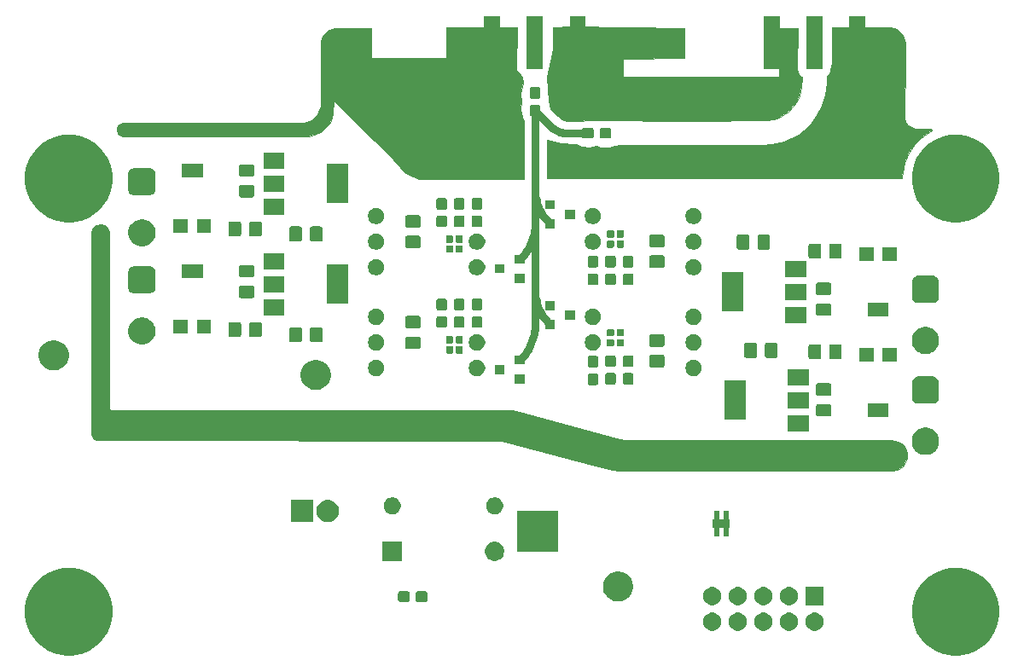
<source format=gbr>
G04 #@! TF.GenerationSoftware,KiCad,Pcbnew,5.1.6-c6e7f7d~87~ubuntu18.04.1*
G04 #@! TF.CreationDate,2021-01-06T14:43:31+00:00*
G04 #@! TF.ProjectId,multi-smtpa,6d756c74-692d-4736-9d74-70612e6b6963,rev?*
G04 #@! TF.SameCoordinates,Original*
G04 #@! TF.FileFunction,Soldermask,Top*
G04 #@! TF.FilePolarity,Negative*
%FSLAX46Y46*%
G04 Gerber Fmt 4.6, Leading zero omitted, Abs format (unit mm)*
G04 Created by KiCad (PCBNEW 5.1.6-c6e7f7d~87~ubuntu18.04.1) date 2021-01-06 14:43:31*
%MOMM*%
%LPD*%
G01*
G04 APERTURE LIST*
%ADD10C,0.100000*%
%ADD11C,0.750000*%
G04 APERTURE END LIST*
D10*
G36*
X187490000Y-41020000D02*
G01*
X188140000Y-41160000D01*
X188740000Y-41710000D01*
X188980000Y-42480000D01*
X188980000Y-44130000D01*
X188960000Y-49920000D01*
X189040000Y-50340000D01*
X189280000Y-50750000D01*
X189920000Y-51030000D01*
X191570000Y-51060000D01*
X191640000Y-51140000D01*
X191610000Y-51230000D01*
X191470000Y-51310000D01*
X190540000Y-51960000D01*
X189960000Y-52550000D01*
X189350000Y-53440000D01*
X188890000Y-54440000D01*
X188690000Y-55760000D01*
X188670000Y-55970000D01*
X153640000Y-56000000D01*
X153490000Y-55980000D01*
X153410000Y-55910000D01*
X153410000Y-52210000D01*
X153470000Y-52150000D01*
X154840000Y-52510000D01*
X156300000Y-52600000D01*
X156960000Y-52800000D01*
X157670000Y-52940000D01*
X158320000Y-52780000D01*
X158740000Y-52900000D01*
X159700000Y-52890000D01*
X160120000Y-52750000D01*
X160700000Y-52640000D01*
X174810000Y-52660000D01*
X175770000Y-52620000D01*
X177020000Y-52300000D01*
X178390000Y-51660000D01*
X179520000Y-50730000D01*
X180240000Y-49730000D01*
X180750000Y-48810000D01*
X181070000Y-47770000D01*
X181190000Y-46460000D01*
X181190000Y-45790000D01*
X181500000Y-45640000D01*
X181700000Y-44540000D01*
X181720000Y-40970000D01*
X187490000Y-41020000D01*
G37*
X187490000Y-41020000D02*
X188140000Y-41160000D01*
X188740000Y-41710000D01*
X188980000Y-42480000D01*
X188980000Y-44130000D01*
X188960000Y-49920000D01*
X189040000Y-50340000D01*
X189280000Y-50750000D01*
X189920000Y-51030000D01*
X191570000Y-51060000D01*
X191640000Y-51140000D01*
X191610000Y-51230000D01*
X191470000Y-51310000D01*
X190540000Y-51960000D01*
X189960000Y-52550000D01*
X189350000Y-53440000D01*
X188890000Y-54440000D01*
X188690000Y-55760000D01*
X188670000Y-55970000D01*
X153640000Y-56000000D01*
X153490000Y-55980000D01*
X153410000Y-55910000D01*
X153410000Y-52210000D01*
X153470000Y-52150000D01*
X154840000Y-52510000D01*
X156300000Y-52600000D01*
X156960000Y-52800000D01*
X157670000Y-52940000D01*
X158320000Y-52780000D01*
X158740000Y-52900000D01*
X159700000Y-52890000D01*
X160120000Y-52750000D01*
X160700000Y-52640000D01*
X174810000Y-52660000D01*
X175770000Y-52620000D01*
X177020000Y-52300000D01*
X178390000Y-51660000D01*
X179520000Y-50730000D01*
X180240000Y-49730000D01*
X180750000Y-48810000D01*
X181070000Y-47770000D01*
X181190000Y-46460000D01*
X181190000Y-45790000D01*
X181500000Y-45640000D01*
X181700000Y-44540000D01*
X181720000Y-40970000D01*
X187490000Y-41020000D01*
G36*
X109550000Y-60610000D02*
G01*
X109820000Y-60840000D01*
X110000000Y-61310000D01*
X110000000Y-78190000D01*
X110050000Y-78710000D01*
X110130000Y-79000000D01*
X149270000Y-79000000D01*
X149980000Y-79020000D01*
X150430000Y-79110000D01*
X160630000Y-81900000D01*
X161270000Y-81990000D01*
X187560000Y-82000000D01*
X188250000Y-82100000D01*
X188670000Y-82340000D01*
X188990000Y-82720000D01*
X189180000Y-83250000D01*
X189190000Y-83460000D01*
X189160000Y-83800000D01*
X188960000Y-84250000D01*
X188720000Y-84580000D01*
X188220000Y-84890000D01*
X187620000Y-85000000D01*
X160590000Y-85000000D01*
X159950000Y-84960000D01*
X157250000Y-84270000D01*
X148990000Y-82030000D01*
X108820000Y-81980000D01*
X108490000Y-81880000D01*
X108300000Y-81630000D01*
X108250000Y-81350000D01*
X108260000Y-61440000D01*
X108270000Y-61300000D01*
X108390000Y-60910000D01*
X108750000Y-60590000D01*
X109140000Y-60520000D01*
X109550000Y-60610000D01*
G37*
X109550000Y-60610000D02*
X109820000Y-60840000D01*
X110000000Y-61310000D01*
X110000000Y-78190000D01*
X110050000Y-78710000D01*
X110130000Y-79000000D01*
X149270000Y-79000000D01*
X149980000Y-79020000D01*
X150430000Y-79110000D01*
X160630000Y-81900000D01*
X161270000Y-81990000D01*
X187560000Y-82000000D01*
X188250000Y-82100000D01*
X188670000Y-82340000D01*
X188990000Y-82720000D01*
X189180000Y-83250000D01*
X189190000Y-83460000D01*
X189160000Y-83800000D01*
X188960000Y-84250000D01*
X188720000Y-84580000D01*
X188220000Y-84890000D01*
X187620000Y-85000000D01*
X160590000Y-85000000D01*
X159950000Y-84960000D01*
X157250000Y-84270000D01*
X148990000Y-82030000D01*
X108820000Y-81980000D01*
X108490000Y-81880000D01*
X108300000Y-81630000D01*
X108250000Y-81350000D01*
X108260000Y-61440000D01*
X108270000Y-61300000D01*
X108390000Y-60910000D01*
X108750000Y-60590000D01*
X109140000Y-60520000D01*
X109550000Y-60610000D01*
G36*
X146670000Y-41020000D02*
G01*
X150450000Y-41020000D01*
X150440000Y-45210000D01*
X151000000Y-45920000D01*
X151040000Y-46460000D01*
X150850000Y-47550000D01*
X150940000Y-48300000D01*
X150860000Y-49180000D01*
X150960000Y-49860000D01*
X151150000Y-50280000D01*
X151150000Y-50990000D01*
X151170000Y-56060000D01*
X140760000Y-56030000D01*
X139370000Y-55460000D01*
X137930000Y-53880000D01*
X132270000Y-48290000D01*
X132210000Y-49630000D01*
X131920000Y-50500000D01*
X130990000Y-51430000D01*
X129800000Y-51780000D01*
X111370000Y-51780000D01*
X110860000Y-51540000D01*
X110750000Y-51130000D01*
X110750000Y-51120000D01*
X110870000Y-50760000D01*
X111380000Y-50500000D01*
X129440000Y-50450000D01*
X130090000Y-50250000D01*
X130580000Y-49770000D01*
X131000000Y-48830000D01*
X131030000Y-42450000D01*
X131180000Y-41830000D01*
X131680000Y-41300000D01*
X132340000Y-41030000D01*
X136000000Y-41050000D01*
X136000000Y-44000000D01*
X143500000Y-44000000D01*
X143500000Y-41000000D01*
X146670000Y-41020000D01*
G37*
X146670000Y-41020000D02*
X150450000Y-41020000D01*
X150440000Y-45210000D01*
X151000000Y-45920000D01*
X151040000Y-46460000D01*
X150850000Y-47550000D01*
X150940000Y-48300000D01*
X150860000Y-49180000D01*
X150960000Y-49860000D01*
X151150000Y-50280000D01*
X151150000Y-50990000D01*
X151170000Y-56060000D01*
X140760000Y-56030000D01*
X139370000Y-55460000D01*
X137930000Y-53880000D01*
X132270000Y-48290000D01*
X132210000Y-49630000D01*
X131920000Y-50500000D01*
X130990000Y-51430000D01*
X129800000Y-51780000D01*
X111370000Y-51780000D01*
X110860000Y-51540000D01*
X110750000Y-51130000D01*
X110750000Y-51120000D01*
X110870000Y-50760000D01*
X111380000Y-50500000D01*
X129440000Y-50450000D01*
X130090000Y-50250000D01*
X130580000Y-49770000D01*
X131000000Y-48830000D01*
X131030000Y-42450000D01*
X131180000Y-41830000D01*
X131680000Y-41300000D01*
X132340000Y-41030000D01*
X136000000Y-41050000D01*
X136000000Y-44000000D01*
X143500000Y-44000000D01*
X143500000Y-41000000D01*
X146670000Y-41020000D01*
G36*
X167100000Y-41100000D02*
G01*
X167100000Y-44000000D01*
X161000000Y-44100000D01*
X161000000Y-45900000D01*
X176500000Y-45900000D01*
X176500000Y-41100000D01*
X178300000Y-41100000D01*
X178240000Y-45090000D01*
X178300000Y-45430000D01*
X178410000Y-45620000D01*
X178550000Y-45790000D01*
X178770000Y-45910000D01*
X178700000Y-46920000D01*
X178530000Y-47780000D01*
X178240000Y-48380000D01*
X177790000Y-48970000D01*
X177420000Y-49350000D01*
X177020000Y-49640000D01*
X176500000Y-49920000D01*
X175980000Y-50090000D01*
X175700000Y-50160000D01*
X175350000Y-50210000D01*
X168000000Y-50300000D01*
X157800000Y-50200000D01*
X156410000Y-50290000D01*
X155440000Y-50290000D01*
X155130000Y-50230000D01*
X154780000Y-50070000D01*
X153780000Y-49070000D01*
X153600000Y-48300000D01*
X153440000Y-45900000D01*
X153770000Y-44390000D01*
X154000000Y-43200000D01*
X154000000Y-41000000D01*
X155800000Y-40900000D01*
X167100000Y-41100000D01*
G37*
X167100000Y-41100000D02*
X167100000Y-44000000D01*
X161000000Y-44100000D01*
X161000000Y-45900000D01*
X176500000Y-45900000D01*
X176500000Y-41100000D01*
X178300000Y-41100000D01*
X178240000Y-45090000D01*
X178300000Y-45430000D01*
X178410000Y-45620000D01*
X178550000Y-45790000D01*
X178770000Y-45910000D01*
X178700000Y-46920000D01*
X178530000Y-47780000D01*
X178240000Y-48380000D01*
X177790000Y-48970000D01*
X177420000Y-49350000D01*
X177020000Y-49640000D01*
X176500000Y-49920000D01*
X175980000Y-50090000D01*
X175700000Y-50160000D01*
X175350000Y-50210000D01*
X168000000Y-50300000D01*
X157800000Y-50200000D01*
X156410000Y-50290000D01*
X155440000Y-50290000D01*
X155130000Y-50230000D01*
X154780000Y-50070000D01*
X153780000Y-49070000D01*
X153600000Y-48300000D01*
X153440000Y-45900000D01*
X153770000Y-44390000D01*
X154000000Y-43200000D01*
X154000000Y-41000000D01*
X155800000Y-40900000D01*
X167100000Y-41100000D01*
D11*
X153792893Y-50792893D02*
X153878713Y-50874600D01*
X153878713Y-50874600D02*
X153968438Y-50951998D01*
X153968438Y-50951998D02*
X154061854Y-51024900D01*
X154061854Y-51024900D02*
X154158734Y-51093131D01*
X154158734Y-51093131D02*
X154258846Y-51156526D01*
X154258846Y-51156526D02*
X154361947Y-51214932D01*
X154361947Y-51214932D02*
X154467790Y-51268209D01*
X154467790Y-51268209D02*
X154576120Y-51316228D01*
X154576120Y-51316228D02*
X154686675Y-51358874D01*
X154686675Y-51358874D02*
X154799190Y-51396044D01*
X154799190Y-51396044D02*
X154913393Y-51427648D01*
X154913393Y-51427648D02*
X155029010Y-51453611D01*
X155029010Y-51453611D02*
X155145761Y-51473869D01*
X155145761Y-51473869D02*
X155263365Y-51488374D01*
X155263365Y-51488374D02*
X155381540Y-51497091D01*
X155381540Y-51497091D02*
X155500000Y-51500000D01*
X155500000Y-51500000D02*
X157500000Y-51500000D01*
X153792893Y-50792893D02*
X152250000Y-49250000D01*
X152250000Y-57000000D02*
X152250000Y-55000000D01*
X152250000Y-59000000D02*
X152250000Y-57000000D01*
X152250000Y-55000000D02*
X152250000Y-49250000D01*
X152255814Y-57236919D02*
X152250000Y-57000000D01*
X152273248Y-57473268D02*
X152255814Y-57236919D01*
X152302259Y-57708477D02*
X152273248Y-57473268D01*
X152342775Y-57941979D02*
X152302259Y-57708477D01*
X152394700Y-58173212D02*
X152342775Y-57941979D01*
X152457909Y-58401618D02*
X152394700Y-58173212D01*
X152532248Y-58626648D02*
X152457909Y-58401618D01*
X152617540Y-58847759D02*
X152532248Y-58626648D01*
X152713579Y-59064418D02*
X152617540Y-58847759D01*
X152820133Y-59276104D02*
X152713579Y-59064418D01*
X152936945Y-59482307D02*
X152820133Y-59276104D01*
X153063735Y-59682530D02*
X152936945Y-59482307D01*
X153200196Y-59876290D02*
X153063735Y-59682530D01*
X153346001Y-60063121D02*
X153200196Y-59876290D01*
X153500797Y-60242573D02*
X153346001Y-60063121D01*
X153664213Y-60414213D02*
X153500797Y-60242573D01*
X153664213Y-60414213D02*
X153750000Y-60500000D01*
X152250000Y-62500000D02*
X152250000Y-60500000D01*
X152250000Y-60500000D02*
X152250000Y-59000000D01*
X152244183Y-60736919D02*
X152250000Y-60500000D01*
X152226749Y-60973268D02*
X152244183Y-60736919D01*
X152197739Y-61208477D02*
X152226749Y-60973268D01*
X152157222Y-61441979D02*
X152197739Y-61208477D01*
X152105297Y-61673211D02*
X152157222Y-61441979D01*
X152042088Y-61901618D02*
X152105297Y-61673211D01*
X151967749Y-62126647D02*
X152042088Y-61901618D01*
X151882457Y-62347758D02*
X151967749Y-62126647D01*
X151786418Y-62564418D02*
X151882457Y-62347758D01*
X151679864Y-62776104D02*
X151786418Y-62564418D01*
X151563052Y-62982306D02*
X151679864Y-62776104D01*
X151436262Y-63182529D02*
X151563052Y-62982306D01*
X151299800Y-63376289D02*
X151436262Y-63182529D01*
X151153996Y-63563120D02*
X151299800Y-63376289D01*
X150999200Y-63742572D02*
X151153996Y-63563120D01*
X150835786Y-63914213D02*
X150999200Y-63742572D01*
X150835786Y-63914213D02*
X150750000Y-64000000D01*
X152250000Y-66500000D02*
X152250000Y-62500000D01*
X152250000Y-67000000D02*
X152250000Y-66500000D01*
X152250000Y-69000000D02*
X152250000Y-66500000D01*
X152255814Y-67236919D02*
X152250000Y-67000000D01*
X152273248Y-67473268D02*
X152255814Y-67236919D01*
X152302259Y-67708477D02*
X152273248Y-67473268D01*
X152342775Y-67941979D02*
X152302259Y-67708477D01*
X152394700Y-68173212D02*
X152342775Y-67941979D01*
X152457909Y-68401618D02*
X152394700Y-68173212D01*
X152532248Y-68626648D02*
X152457909Y-68401618D01*
X152617540Y-68847759D02*
X152532248Y-68626648D01*
X152713579Y-69064418D02*
X152617540Y-68847759D01*
X152820133Y-69276104D02*
X152713579Y-69064418D01*
X152936945Y-69482307D02*
X152820133Y-69276104D01*
X153063735Y-69682530D02*
X152936945Y-69482307D01*
X153200196Y-69876290D02*
X153063735Y-69682530D01*
X153346001Y-70063121D02*
X153200196Y-69876290D01*
X153500797Y-70242573D02*
X153346001Y-70063121D01*
X153664213Y-70414213D02*
X153500797Y-70242573D01*
X153664213Y-70414213D02*
X153750000Y-70500000D01*
X152250000Y-70500000D02*
X152250000Y-69000000D01*
X152244183Y-70736919D02*
X152250000Y-70500000D01*
X152226749Y-70973268D02*
X152244183Y-70736919D01*
X152197739Y-71208477D02*
X152226749Y-70973268D01*
X152157222Y-71441979D02*
X152197739Y-71208477D01*
X152105297Y-71673211D02*
X152157222Y-71441979D01*
X152042088Y-71901618D02*
X152105297Y-71673211D01*
X151967749Y-72126647D02*
X152042088Y-71901618D01*
X151882457Y-72347758D02*
X151967749Y-72126647D01*
X151786418Y-72564418D02*
X151882457Y-72347758D01*
X151679864Y-72776104D02*
X151786418Y-72564418D01*
X151563052Y-72982306D02*
X151679864Y-72776104D01*
X151436262Y-73182529D02*
X151563052Y-72982306D01*
X151299800Y-73376289D02*
X151436262Y-73182529D01*
X151153996Y-73563120D02*
X151299800Y-73376289D01*
X150999200Y-73742572D02*
X151153996Y-73563120D01*
X150835786Y-73914213D02*
X150999200Y-73742572D01*
X150835786Y-73914213D02*
X150750000Y-74000000D01*
D10*
G36*
X194548156Y-94672794D02*
G01*
X195269140Y-94816206D01*
X196060972Y-95144193D01*
X196773601Y-95620357D01*
X197379643Y-96226399D01*
X197855807Y-96939028D01*
X198183794Y-97730860D01*
X198351000Y-98571464D01*
X198351000Y-99428536D01*
X198183794Y-100269140D01*
X197855807Y-101060972D01*
X197379643Y-101773601D01*
X196773601Y-102379643D01*
X196060972Y-102855807D01*
X195269140Y-103183794D01*
X194548156Y-103327206D01*
X194428537Y-103351000D01*
X193571463Y-103351000D01*
X193451844Y-103327206D01*
X192730860Y-103183794D01*
X191939028Y-102855807D01*
X191226399Y-102379643D01*
X190620357Y-101773601D01*
X190144193Y-101060972D01*
X189816206Y-100269140D01*
X189649000Y-99428536D01*
X189649000Y-98571464D01*
X189816206Y-97730860D01*
X190144193Y-96939028D01*
X190620357Y-96226399D01*
X191226399Y-95620357D01*
X191939028Y-95144193D01*
X192730860Y-94816206D01*
X193451844Y-94672794D01*
X193571463Y-94649000D01*
X194428537Y-94649000D01*
X194548156Y-94672794D01*
G37*
G36*
X106548156Y-94672794D02*
G01*
X107269140Y-94816206D01*
X108060972Y-95144193D01*
X108773601Y-95620357D01*
X109379643Y-96226399D01*
X109855807Y-96939028D01*
X110183794Y-97730860D01*
X110351000Y-98571464D01*
X110351000Y-99428536D01*
X110183794Y-100269140D01*
X109855807Y-101060972D01*
X109379643Y-101773601D01*
X108773601Y-102379643D01*
X108060972Y-102855807D01*
X107269140Y-103183794D01*
X106548156Y-103327206D01*
X106428537Y-103351000D01*
X105571463Y-103351000D01*
X105451844Y-103327206D01*
X104730860Y-103183794D01*
X103939028Y-102855807D01*
X103226399Y-102379643D01*
X102620357Y-101773601D01*
X102144193Y-101060972D01*
X101816206Y-100269140D01*
X101649000Y-99428536D01*
X101649000Y-98571464D01*
X101816206Y-97730860D01*
X102144193Y-96939028D01*
X102620357Y-96226399D01*
X103226399Y-95620357D01*
X103939028Y-95144193D01*
X104730860Y-94816206D01*
X105451844Y-94672794D01*
X105571463Y-94649000D01*
X106428537Y-94649000D01*
X106548156Y-94672794D01*
G37*
G36*
X169953512Y-99103927D02*
G01*
X170102812Y-99133624D01*
X170266784Y-99201544D01*
X170414354Y-99300147D01*
X170539853Y-99425646D01*
X170638456Y-99573216D01*
X170706376Y-99737188D01*
X170741000Y-99911259D01*
X170741000Y-100088741D01*
X170706376Y-100262812D01*
X170638456Y-100426784D01*
X170539853Y-100574354D01*
X170414354Y-100699853D01*
X170266784Y-100798456D01*
X170102812Y-100866376D01*
X169953512Y-100896073D01*
X169928742Y-100901000D01*
X169751258Y-100901000D01*
X169726488Y-100896073D01*
X169577188Y-100866376D01*
X169413216Y-100798456D01*
X169265646Y-100699853D01*
X169140147Y-100574354D01*
X169041544Y-100426784D01*
X168973624Y-100262812D01*
X168939000Y-100088741D01*
X168939000Y-99911259D01*
X168973624Y-99737188D01*
X169041544Y-99573216D01*
X169140147Y-99425646D01*
X169265646Y-99300147D01*
X169413216Y-99201544D01*
X169577188Y-99133624D01*
X169726488Y-99103927D01*
X169751258Y-99099000D01*
X169928742Y-99099000D01*
X169953512Y-99103927D01*
G37*
G36*
X172493512Y-99103927D02*
G01*
X172642812Y-99133624D01*
X172806784Y-99201544D01*
X172954354Y-99300147D01*
X173079853Y-99425646D01*
X173178456Y-99573216D01*
X173246376Y-99737188D01*
X173281000Y-99911259D01*
X173281000Y-100088741D01*
X173246376Y-100262812D01*
X173178456Y-100426784D01*
X173079853Y-100574354D01*
X172954354Y-100699853D01*
X172806784Y-100798456D01*
X172642812Y-100866376D01*
X172493512Y-100896073D01*
X172468742Y-100901000D01*
X172291258Y-100901000D01*
X172266488Y-100896073D01*
X172117188Y-100866376D01*
X171953216Y-100798456D01*
X171805646Y-100699853D01*
X171680147Y-100574354D01*
X171581544Y-100426784D01*
X171513624Y-100262812D01*
X171479000Y-100088741D01*
X171479000Y-99911259D01*
X171513624Y-99737188D01*
X171581544Y-99573216D01*
X171680147Y-99425646D01*
X171805646Y-99300147D01*
X171953216Y-99201544D01*
X172117188Y-99133624D01*
X172266488Y-99103927D01*
X172291258Y-99099000D01*
X172468742Y-99099000D01*
X172493512Y-99103927D01*
G37*
G36*
X180113512Y-99103927D02*
G01*
X180262812Y-99133624D01*
X180426784Y-99201544D01*
X180574354Y-99300147D01*
X180699853Y-99425646D01*
X180798456Y-99573216D01*
X180866376Y-99737188D01*
X180901000Y-99911259D01*
X180901000Y-100088741D01*
X180866376Y-100262812D01*
X180798456Y-100426784D01*
X180699853Y-100574354D01*
X180574354Y-100699853D01*
X180426784Y-100798456D01*
X180262812Y-100866376D01*
X180113512Y-100896073D01*
X180088742Y-100901000D01*
X179911258Y-100901000D01*
X179886488Y-100896073D01*
X179737188Y-100866376D01*
X179573216Y-100798456D01*
X179425646Y-100699853D01*
X179300147Y-100574354D01*
X179201544Y-100426784D01*
X179133624Y-100262812D01*
X179099000Y-100088741D01*
X179099000Y-99911259D01*
X179133624Y-99737188D01*
X179201544Y-99573216D01*
X179300147Y-99425646D01*
X179425646Y-99300147D01*
X179573216Y-99201544D01*
X179737188Y-99133624D01*
X179886488Y-99103927D01*
X179911258Y-99099000D01*
X180088742Y-99099000D01*
X180113512Y-99103927D01*
G37*
G36*
X175033512Y-99103927D02*
G01*
X175182812Y-99133624D01*
X175346784Y-99201544D01*
X175494354Y-99300147D01*
X175619853Y-99425646D01*
X175718456Y-99573216D01*
X175786376Y-99737188D01*
X175821000Y-99911259D01*
X175821000Y-100088741D01*
X175786376Y-100262812D01*
X175718456Y-100426784D01*
X175619853Y-100574354D01*
X175494354Y-100699853D01*
X175346784Y-100798456D01*
X175182812Y-100866376D01*
X175033512Y-100896073D01*
X175008742Y-100901000D01*
X174831258Y-100901000D01*
X174806488Y-100896073D01*
X174657188Y-100866376D01*
X174493216Y-100798456D01*
X174345646Y-100699853D01*
X174220147Y-100574354D01*
X174121544Y-100426784D01*
X174053624Y-100262812D01*
X174019000Y-100088741D01*
X174019000Y-99911259D01*
X174053624Y-99737188D01*
X174121544Y-99573216D01*
X174220147Y-99425646D01*
X174345646Y-99300147D01*
X174493216Y-99201544D01*
X174657188Y-99133624D01*
X174806488Y-99103927D01*
X174831258Y-99099000D01*
X175008742Y-99099000D01*
X175033512Y-99103927D01*
G37*
G36*
X177573512Y-99103927D02*
G01*
X177722812Y-99133624D01*
X177886784Y-99201544D01*
X178034354Y-99300147D01*
X178159853Y-99425646D01*
X178258456Y-99573216D01*
X178326376Y-99737188D01*
X178361000Y-99911259D01*
X178361000Y-100088741D01*
X178326376Y-100262812D01*
X178258456Y-100426784D01*
X178159853Y-100574354D01*
X178034354Y-100699853D01*
X177886784Y-100798456D01*
X177722812Y-100866376D01*
X177573512Y-100896073D01*
X177548742Y-100901000D01*
X177371258Y-100901000D01*
X177346488Y-100896073D01*
X177197188Y-100866376D01*
X177033216Y-100798456D01*
X176885646Y-100699853D01*
X176760147Y-100574354D01*
X176661544Y-100426784D01*
X176593624Y-100262812D01*
X176559000Y-100088741D01*
X176559000Y-99911259D01*
X176593624Y-99737188D01*
X176661544Y-99573216D01*
X176760147Y-99425646D01*
X176885646Y-99300147D01*
X177033216Y-99201544D01*
X177197188Y-99133624D01*
X177346488Y-99103927D01*
X177371258Y-99099000D01*
X177548742Y-99099000D01*
X177573512Y-99103927D01*
G37*
G36*
X169953512Y-96563927D02*
G01*
X170102812Y-96593624D01*
X170266784Y-96661544D01*
X170414354Y-96760147D01*
X170539853Y-96885646D01*
X170638456Y-97033216D01*
X170706376Y-97197188D01*
X170741000Y-97371259D01*
X170741000Y-97548741D01*
X170706376Y-97722812D01*
X170638456Y-97886784D01*
X170539853Y-98034354D01*
X170414354Y-98159853D01*
X170266784Y-98258456D01*
X170102812Y-98326376D01*
X169953512Y-98356073D01*
X169928742Y-98361000D01*
X169751258Y-98361000D01*
X169726488Y-98356073D01*
X169577188Y-98326376D01*
X169413216Y-98258456D01*
X169265646Y-98159853D01*
X169140147Y-98034354D01*
X169041544Y-97886784D01*
X168973624Y-97722812D01*
X168939000Y-97548741D01*
X168939000Y-97371259D01*
X168973624Y-97197188D01*
X169041544Y-97033216D01*
X169140147Y-96885646D01*
X169265646Y-96760147D01*
X169413216Y-96661544D01*
X169577188Y-96593624D01*
X169726488Y-96563927D01*
X169751258Y-96559000D01*
X169928742Y-96559000D01*
X169953512Y-96563927D01*
G37*
G36*
X172493512Y-96563927D02*
G01*
X172642812Y-96593624D01*
X172806784Y-96661544D01*
X172954354Y-96760147D01*
X173079853Y-96885646D01*
X173178456Y-97033216D01*
X173246376Y-97197188D01*
X173281000Y-97371259D01*
X173281000Y-97548741D01*
X173246376Y-97722812D01*
X173178456Y-97886784D01*
X173079853Y-98034354D01*
X172954354Y-98159853D01*
X172806784Y-98258456D01*
X172642812Y-98326376D01*
X172493512Y-98356073D01*
X172468742Y-98361000D01*
X172291258Y-98361000D01*
X172266488Y-98356073D01*
X172117188Y-98326376D01*
X171953216Y-98258456D01*
X171805646Y-98159853D01*
X171680147Y-98034354D01*
X171581544Y-97886784D01*
X171513624Y-97722812D01*
X171479000Y-97548741D01*
X171479000Y-97371259D01*
X171513624Y-97197188D01*
X171581544Y-97033216D01*
X171680147Y-96885646D01*
X171805646Y-96760147D01*
X171953216Y-96661544D01*
X172117188Y-96593624D01*
X172266488Y-96563927D01*
X172291258Y-96559000D01*
X172468742Y-96559000D01*
X172493512Y-96563927D01*
G37*
G36*
X180901000Y-98361000D02*
G01*
X179099000Y-98361000D01*
X179099000Y-96559000D01*
X180901000Y-96559000D01*
X180901000Y-98361000D01*
G37*
G36*
X175033512Y-96563927D02*
G01*
X175182812Y-96593624D01*
X175346784Y-96661544D01*
X175494354Y-96760147D01*
X175619853Y-96885646D01*
X175718456Y-97033216D01*
X175786376Y-97197188D01*
X175821000Y-97371259D01*
X175821000Y-97548741D01*
X175786376Y-97722812D01*
X175718456Y-97886784D01*
X175619853Y-98034354D01*
X175494354Y-98159853D01*
X175346784Y-98258456D01*
X175182812Y-98326376D01*
X175033512Y-98356073D01*
X175008742Y-98361000D01*
X174831258Y-98361000D01*
X174806488Y-98356073D01*
X174657188Y-98326376D01*
X174493216Y-98258456D01*
X174345646Y-98159853D01*
X174220147Y-98034354D01*
X174121544Y-97886784D01*
X174053624Y-97722812D01*
X174019000Y-97548741D01*
X174019000Y-97371259D01*
X174053624Y-97197188D01*
X174121544Y-97033216D01*
X174220147Y-96885646D01*
X174345646Y-96760147D01*
X174493216Y-96661544D01*
X174657188Y-96593624D01*
X174806488Y-96563927D01*
X174831258Y-96559000D01*
X175008742Y-96559000D01*
X175033512Y-96563927D01*
G37*
G36*
X177573512Y-96563927D02*
G01*
X177722812Y-96593624D01*
X177886784Y-96661544D01*
X178034354Y-96760147D01*
X178159853Y-96885646D01*
X178258456Y-97033216D01*
X178326376Y-97197188D01*
X178361000Y-97371259D01*
X178361000Y-97548741D01*
X178326376Y-97722812D01*
X178258456Y-97886784D01*
X178159853Y-98034354D01*
X178034354Y-98159853D01*
X177886784Y-98258456D01*
X177722812Y-98326376D01*
X177573512Y-98356073D01*
X177548742Y-98361000D01*
X177371258Y-98361000D01*
X177346488Y-98356073D01*
X177197188Y-98326376D01*
X177033216Y-98258456D01*
X176885646Y-98159853D01*
X176760147Y-98034354D01*
X176661544Y-97886784D01*
X176593624Y-97722812D01*
X176559000Y-97548741D01*
X176559000Y-97371259D01*
X176593624Y-97197188D01*
X176661544Y-97033216D01*
X176760147Y-96885646D01*
X176885646Y-96760147D01*
X177033216Y-96661544D01*
X177197188Y-96593624D01*
X177346488Y-96563927D01*
X177371258Y-96559000D01*
X177548742Y-96559000D01*
X177573512Y-96563927D01*
G37*
G36*
X141414499Y-96978445D02*
G01*
X141451995Y-96989820D01*
X141486554Y-97008292D01*
X141516847Y-97033153D01*
X141541708Y-97063446D01*
X141560180Y-97098005D01*
X141571555Y-97135501D01*
X141576000Y-97180638D01*
X141576000Y-97819362D01*
X141571555Y-97864499D01*
X141560180Y-97901995D01*
X141541708Y-97936554D01*
X141516847Y-97966847D01*
X141486554Y-97991708D01*
X141451995Y-98010180D01*
X141414499Y-98021555D01*
X141369362Y-98026000D01*
X140630638Y-98026000D01*
X140585501Y-98021555D01*
X140548005Y-98010180D01*
X140513446Y-97991708D01*
X140483153Y-97966847D01*
X140458292Y-97936554D01*
X140439820Y-97901995D01*
X140428445Y-97864499D01*
X140424000Y-97819362D01*
X140424000Y-97180638D01*
X140428445Y-97135501D01*
X140439820Y-97098005D01*
X140458292Y-97063446D01*
X140483153Y-97033153D01*
X140513446Y-97008292D01*
X140548005Y-96989820D01*
X140585501Y-96978445D01*
X140630638Y-96974000D01*
X141369362Y-96974000D01*
X141414499Y-96978445D01*
G37*
G36*
X139664499Y-96978445D02*
G01*
X139701995Y-96989820D01*
X139736554Y-97008292D01*
X139766847Y-97033153D01*
X139791708Y-97063446D01*
X139810180Y-97098005D01*
X139821555Y-97135501D01*
X139826000Y-97180638D01*
X139826000Y-97819362D01*
X139821555Y-97864499D01*
X139810180Y-97901995D01*
X139791708Y-97936554D01*
X139766847Y-97966847D01*
X139736554Y-97991708D01*
X139701995Y-98010180D01*
X139664499Y-98021555D01*
X139619362Y-98026000D01*
X138880638Y-98026000D01*
X138835501Y-98021555D01*
X138798005Y-98010180D01*
X138763446Y-97991708D01*
X138733153Y-97966847D01*
X138708292Y-97936554D01*
X138689820Y-97901995D01*
X138678445Y-97864499D01*
X138674000Y-97819362D01*
X138674000Y-97180638D01*
X138678445Y-97135501D01*
X138689820Y-97098005D01*
X138708292Y-97063446D01*
X138733153Y-97033153D01*
X138763446Y-97008292D01*
X138798005Y-96989820D01*
X138835501Y-96978445D01*
X138880638Y-96974000D01*
X139619362Y-96974000D01*
X139664499Y-96978445D01*
G37*
G36*
X160937534Y-95057643D02*
G01*
X161210515Y-95170716D01*
X161210517Y-95170717D01*
X161334190Y-95253353D01*
X161456193Y-95334873D01*
X161665127Y-95543807D01*
X161829284Y-95789485D01*
X161942357Y-96062466D01*
X162000000Y-96352262D01*
X162000000Y-96647738D01*
X161942357Y-96937534D01*
X161839566Y-97185691D01*
X161829283Y-97210517D01*
X161665126Y-97456194D01*
X161456194Y-97665126D01*
X161210517Y-97829283D01*
X161210516Y-97829284D01*
X161210515Y-97829284D01*
X160937534Y-97942357D01*
X160647738Y-98000000D01*
X160352262Y-98000000D01*
X160062466Y-97942357D01*
X159789485Y-97829284D01*
X159789484Y-97829284D01*
X159789483Y-97829283D01*
X159543806Y-97665126D01*
X159334874Y-97456194D01*
X159170717Y-97210517D01*
X159160434Y-97185691D01*
X159057643Y-96937534D01*
X159000000Y-96647738D01*
X159000000Y-96352262D01*
X159057643Y-96062466D01*
X159170716Y-95789485D01*
X159334873Y-95543807D01*
X159543807Y-95334873D01*
X159665810Y-95253353D01*
X159789483Y-95170717D01*
X159789485Y-95170716D01*
X160062466Y-95057643D01*
X160352262Y-95000000D01*
X160647738Y-95000000D01*
X160937534Y-95057643D01*
G37*
G36*
X148527395Y-92085546D02*
G01*
X148700466Y-92157234D01*
X148700467Y-92157235D01*
X148856227Y-92261310D01*
X148988690Y-92393773D01*
X148988691Y-92393775D01*
X149092766Y-92549534D01*
X149164454Y-92722605D01*
X149201000Y-92906333D01*
X149201000Y-93093667D01*
X149164454Y-93277395D01*
X149092766Y-93450466D01*
X149092765Y-93450467D01*
X148988690Y-93606227D01*
X148856227Y-93738690D01*
X148777818Y-93791081D01*
X148700466Y-93842766D01*
X148527395Y-93914454D01*
X148343667Y-93951000D01*
X148156333Y-93951000D01*
X147972605Y-93914454D01*
X147799534Y-93842766D01*
X147722182Y-93791081D01*
X147643773Y-93738690D01*
X147511310Y-93606227D01*
X147407235Y-93450467D01*
X147407234Y-93450466D01*
X147335546Y-93277395D01*
X147299000Y-93093667D01*
X147299000Y-92906333D01*
X147335546Y-92722605D01*
X147407234Y-92549534D01*
X147511309Y-92393775D01*
X147511310Y-92393773D01*
X147643773Y-92261310D01*
X147799533Y-92157235D01*
X147799534Y-92157234D01*
X147972605Y-92085546D01*
X148156333Y-92049000D01*
X148343667Y-92049000D01*
X148527395Y-92085546D01*
G37*
G36*
X139041000Y-93951000D02*
G01*
X137139000Y-93951000D01*
X137139000Y-92049000D01*
X139041000Y-92049000D01*
X139041000Y-93951000D01*
G37*
G36*
X154551000Y-93051000D02*
G01*
X150449000Y-93051000D01*
X150449000Y-88949000D01*
X154551000Y-88949000D01*
X154551000Y-93051000D01*
G37*
G36*
X170526000Y-89724001D02*
G01*
X170528402Y-89748387D01*
X170535515Y-89771836D01*
X170547066Y-89793447D01*
X170562611Y-89812389D01*
X170581553Y-89827934D01*
X170603164Y-89839485D01*
X170626613Y-89846598D01*
X170650999Y-89849000D01*
X170849001Y-89849000D01*
X170873387Y-89846598D01*
X170896836Y-89839485D01*
X170918447Y-89827934D01*
X170937389Y-89812389D01*
X170952934Y-89793447D01*
X170964485Y-89771836D01*
X170971598Y-89748387D01*
X170974000Y-89724001D01*
X170974000Y-88949000D01*
X171476000Y-88949000D01*
X171476000Y-89724001D01*
X171478402Y-89748387D01*
X171485515Y-89771836D01*
X171497066Y-89793447D01*
X171512611Y-89812389D01*
X171531553Y-89827934D01*
X171553164Y-89839485D01*
X171576613Y-89846598D01*
X171600999Y-89849000D01*
X171601000Y-89849000D01*
X171601000Y-90651000D01*
X171600999Y-90651000D01*
X171576613Y-90653402D01*
X171553164Y-90660515D01*
X171531553Y-90672066D01*
X171512611Y-90687611D01*
X171497066Y-90706553D01*
X171485515Y-90728164D01*
X171478402Y-90751613D01*
X171476000Y-90775999D01*
X171476000Y-91551000D01*
X170974000Y-91551000D01*
X170974000Y-90775999D01*
X170971598Y-90751613D01*
X170964485Y-90728164D01*
X170952934Y-90706553D01*
X170937389Y-90687611D01*
X170918447Y-90672066D01*
X170896836Y-90660515D01*
X170873387Y-90653402D01*
X170849001Y-90651000D01*
X170650999Y-90651000D01*
X170626613Y-90653402D01*
X170603164Y-90660515D01*
X170581553Y-90672066D01*
X170562611Y-90687611D01*
X170547066Y-90706553D01*
X170535515Y-90728164D01*
X170528402Y-90751613D01*
X170526000Y-90775999D01*
X170526000Y-91551000D01*
X170024000Y-91551000D01*
X170024000Y-90775999D01*
X170021598Y-90751613D01*
X170014485Y-90728164D01*
X170002934Y-90706553D01*
X169987389Y-90687611D01*
X169968447Y-90672066D01*
X169946836Y-90660515D01*
X169923387Y-90653402D01*
X169899001Y-90651000D01*
X169899000Y-90651000D01*
X169899000Y-89849000D01*
X169899001Y-89849000D01*
X169923387Y-89846598D01*
X169946836Y-89839485D01*
X169968447Y-89827934D01*
X169987389Y-89812389D01*
X170002934Y-89793447D01*
X170014485Y-89771836D01*
X170021598Y-89748387D01*
X170024000Y-89724001D01*
X170024000Y-88949000D01*
X170526000Y-88949000D01*
X170526000Y-89724001D01*
G37*
G36*
X131904794Y-87920155D02*
G01*
X132011150Y-87941311D01*
X132111334Y-87982809D01*
X132211520Y-88024307D01*
X132391844Y-88144795D01*
X132545205Y-88298156D01*
X132665693Y-88478480D01*
X132665693Y-88478481D01*
X132748689Y-88678850D01*
X132791000Y-88891561D01*
X132791000Y-89108439D01*
X132748689Y-89321150D01*
X132665693Y-89521520D01*
X132545205Y-89701844D01*
X132391844Y-89855205D01*
X132211520Y-89975693D01*
X132011150Y-90058689D01*
X131904794Y-90079845D01*
X131798440Y-90101000D01*
X131581560Y-90101000D01*
X131475205Y-90079844D01*
X131368850Y-90058689D01*
X131168480Y-89975693D01*
X130988156Y-89855205D01*
X130834795Y-89701844D01*
X130714307Y-89521520D01*
X130631311Y-89321150D01*
X130589000Y-89108439D01*
X130589000Y-88891561D01*
X130631311Y-88678850D01*
X130714307Y-88478481D01*
X130714307Y-88478480D01*
X130834795Y-88298156D01*
X130988156Y-88144795D01*
X131168480Y-88024307D01*
X131268666Y-87982809D01*
X131368850Y-87941311D01*
X131475206Y-87920155D01*
X131581560Y-87899000D01*
X131798440Y-87899000D01*
X131904794Y-87920155D01*
G37*
G36*
X130251000Y-90101000D02*
G01*
X128049000Y-90101000D01*
X128049000Y-87899000D01*
X130251000Y-87899000D01*
X130251000Y-90101000D01*
G37*
G36*
X138338228Y-87681703D02*
G01*
X138493100Y-87745853D01*
X138632481Y-87838985D01*
X138751015Y-87957519D01*
X138844147Y-88096900D01*
X138908297Y-88251772D01*
X138941000Y-88416184D01*
X138941000Y-88583816D01*
X138908297Y-88748228D01*
X138844147Y-88903100D01*
X138751015Y-89042481D01*
X138632481Y-89161015D01*
X138493100Y-89254147D01*
X138338228Y-89318297D01*
X138173816Y-89351000D01*
X138006184Y-89351000D01*
X137841772Y-89318297D01*
X137686900Y-89254147D01*
X137547519Y-89161015D01*
X137428985Y-89042481D01*
X137335853Y-88903100D01*
X137271703Y-88748228D01*
X137239000Y-88583816D01*
X137239000Y-88416184D01*
X137271703Y-88251772D01*
X137335853Y-88096900D01*
X137428985Y-87957519D01*
X137547519Y-87838985D01*
X137686900Y-87745853D01*
X137841772Y-87681703D01*
X138006184Y-87649000D01*
X138173816Y-87649000D01*
X138338228Y-87681703D01*
G37*
G36*
X148498228Y-87681703D02*
G01*
X148653100Y-87745853D01*
X148792481Y-87838985D01*
X148911015Y-87957519D01*
X149004147Y-88096900D01*
X149068297Y-88251772D01*
X149101000Y-88416184D01*
X149101000Y-88583816D01*
X149068297Y-88748228D01*
X149004147Y-88903100D01*
X148911015Y-89042481D01*
X148792481Y-89161015D01*
X148653100Y-89254147D01*
X148498228Y-89318297D01*
X148333816Y-89351000D01*
X148166184Y-89351000D01*
X148001772Y-89318297D01*
X147846900Y-89254147D01*
X147707519Y-89161015D01*
X147588985Y-89042481D01*
X147495853Y-88903100D01*
X147431703Y-88748228D01*
X147399000Y-88583816D01*
X147399000Y-88416184D01*
X147431703Y-88251772D01*
X147495853Y-88096900D01*
X147588985Y-87957519D01*
X147707519Y-87838985D01*
X147846900Y-87745853D01*
X148001772Y-87681703D01*
X148166184Y-87649000D01*
X148333816Y-87649000D01*
X148498228Y-87681703D01*
G37*
G36*
X191394072Y-80780918D02*
G01*
X191639939Y-80882759D01*
X191861212Y-81030610D01*
X192049390Y-81218788D01*
X192197241Y-81440061D01*
X192299082Y-81685928D01*
X192351000Y-81946938D01*
X192351000Y-82213062D01*
X192299082Y-82474072D01*
X192197241Y-82719939D01*
X192049390Y-82941212D01*
X191861212Y-83129390D01*
X191639939Y-83277241D01*
X191639938Y-83277242D01*
X191639937Y-83277242D01*
X191394072Y-83379082D01*
X191133063Y-83431000D01*
X190866937Y-83431000D01*
X190605928Y-83379082D01*
X190360063Y-83277242D01*
X190360062Y-83277242D01*
X190360061Y-83277241D01*
X190138788Y-83129390D01*
X189950610Y-82941212D01*
X189802759Y-82719939D01*
X189700918Y-82474072D01*
X189649000Y-82213062D01*
X189649000Y-81946938D01*
X189700918Y-81685928D01*
X189802759Y-81440061D01*
X189950610Y-81218788D01*
X190138788Y-81030610D01*
X190360061Y-80882759D01*
X190605928Y-80780918D01*
X190866937Y-80729000D01*
X191133063Y-80729000D01*
X191394072Y-80780918D01*
G37*
G36*
X179451000Y-81101000D02*
G01*
X177349000Y-81101000D01*
X177349000Y-79499000D01*
X179451000Y-79499000D01*
X179451000Y-81101000D01*
G37*
G36*
X173151000Y-79951000D02*
G01*
X171049000Y-79951000D01*
X171049000Y-76049000D01*
X173151000Y-76049000D01*
X173151000Y-79951000D01*
G37*
G36*
X187351000Y-79701000D02*
G01*
X185249000Y-79701000D01*
X185249000Y-78299000D01*
X187351000Y-78299000D01*
X187351000Y-79701000D01*
G37*
G36*
X181488674Y-78378465D02*
G01*
X181526367Y-78389899D01*
X181561103Y-78408466D01*
X181591548Y-78433452D01*
X181616534Y-78463897D01*
X181635101Y-78498633D01*
X181646535Y-78536326D01*
X181651000Y-78581661D01*
X181651000Y-79418339D01*
X181646535Y-79463674D01*
X181635101Y-79501367D01*
X181616534Y-79536103D01*
X181591548Y-79566548D01*
X181561103Y-79591534D01*
X181526367Y-79610101D01*
X181488674Y-79621535D01*
X181443339Y-79626000D01*
X180356661Y-79626000D01*
X180311326Y-79621535D01*
X180273633Y-79610101D01*
X180238897Y-79591534D01*
X180208452Y-79566548D01*
X180183466Y-79536103D01*
X180164899Y-79501367D01*
X180153465Y-79463674D01*
X180149000Y-79418339D01*
X180149000Y-78581661D01*
X180153465Y-78536326D01*
X180164899Y-78498633D01*
X180183466Y-78463897D01*
X180208452Y-78433452D01*
X180238897Y-78408466D01*
X180273633Y-78389899D01*
X180311326Y-78378465D01*
X180356661Y-78374000D01*
X181443339Y-78374000D01*
X181488674Y-78378465D01*
G37*
G36*
X179451000Y-78801000D02*
G01*
X177349000Y-78801000D01*
X177349000Y-77199000D01*
X179451000Y-77199000D01*
X179451000Y-78801000D01*
G37*
G36*
X191857473Y-75661371D02*
G01*
X191972353Y-75696220D01*
X192078228Y-75752811D01*
X192171029Y-75828971D01*
X192247189Y-75921772D01*
X192303780Y-76027647D01*
X192338629Y-76142527D01*
X192351000Y-76268140D01*
X192351000Y-77731860D01*
X192338629Y-77857473D01*
X192303780Y-77972353D01*
X192247189Y-78078228D01*
X192171029Y-78171029D01*
X192078228Y-78247189D01*
X191972353Y-78303780D01*
X191857473Y-78338629D01*
X191731860Y-78351000D01*
X190268140Y-78351000D01*
X190142527Y-78338629D01*
X190027647Y-78303780D01*
X189921772Y-78247189D01*
X189828971Y-78171029D01*
X189752811Y-78078228D01*
X189696220Y-77972353D01*
X189661371Y-77857473D01*
X189649000Y-77731860D01*
X189649000Y-76268140D01*
X189661371Y-76142527D01*
X189696220Y-76027647D01*
X189752811Y-75921772D01*
X189828971Y-75828971D01*
X189921772Y-75752811D01*
X190027647Y-75696220D01*
X190142527Y-75661371D01*
X190268140Y-75649000D01*
X191731860Y-75649000D01*
X191857473Y-75661371D01*
G37*
G36*
X181488674Y-76328465D02*
G01*
X181526367Y-76339899D01*
X181561103Y-76358466D01*
X181591548Y-76383452D01*
X181616534Y-76413897D01*
X181635101Y-76448633D01*
X181646535Y-76486326D01*
X181651000Y-76531661D01*
X181651000Y-77368339D01*
X181646535Y-77413674D01*
X181635101Y-77451367D01*
X181616534Y-77486103D01*
X181591548Y-77516548D01*
X181561103Y-77541534D01*
X181526367Y-77560101D01*
X181488674Y-77571535D01*
X181443339Y-77576000D01*
X180356661Y-77576000D01*
X180311326Y-77571535D01*
X180273633Y-77560101D01*
X180238897Y-77541534D01*
X180208452Y-77516548D01*
X180183466Y-77486103D01*
X180164899Y-77451367D01*
X180153465Y-77413674D01*
X180149000Y-77368339D01*
X180149000Y-76531661D01*
X180153465Y-76486326D01*
X180164899Y-76448633D01*
X180183466Y-76413897D01*
X180208452Y-76383452D01*
X180238897Y-76358466D01*
X180273633Y-76339899D01*
X180311326Y-76328465D01*
X180356661Y-76324000D01*
X181443339Y-76324000D01*
X181488674Y-76328465D01*
G37*
G36*
X130937534Y-74057643D02*
G01*
X131210515Y-74170716D01*
X131210517Y-74170717D01*
X131255838Y-74201000D01*
X131456193Y-74334873D01*
X131665127Y-74543807D01*
X131722745Y-74630038D01*
X131773954Y-74706677D01*
X131829284Y-74789485D01*
X131942357Y-75062466D01*
X132000000Y-75352262D01*
X132000000Y-75647738D01*
X131942357Y-75937534D01*
X131829284Y-76210515D01*
X131829283Y-76210517D01*
X131776509Y-76289499D01*
X131674713Y-76441847D01*
X131665126Y-76456194D01*
X131456194Y-76665126D01*
X131210517Y-76829283D01*
X131210516Y-76829284D01*
X131210515Y-76829284D01*
X130937534Y-76942357D01*
X130647738Y-77000000D01*
X130352262Y-77000000D01*
X130062466Y-76942357D01*
X129789485Y-76829284D01*
X129789484Y-76829284D01*
X129789483Y-76829283D01*
X129543806Y-76665126D01*
X129334874Y-76456194D01*
X129325288Y-76441847D01*
X129223491Y-76289499D01*
X129170717Y-76210517D01*
X129170716Y-76210515D01*
X129057643Y-75937534D01*
X129000000Y-75647738D01*
X129000000Y-75352262D01*
X129057643Y-75062466D01*
X129170716Y-74789485D01*
X129226047Y-74706677D01*
X129277255Y-74630038D01*
X129334873Y-74543807D01*
X129543807Y-74334873D01*
X129744162Y-74201000D01*
X129789483Y-74170717D01*
X129789485Y-74170716D01*
X130062466Y-74057643D01*
X130352262Y-74000000D01*
X130647738Y-74000000D01*
X130937534Y-74057643D01*
G37*
G36*
X158364499Y-75353445D02*
G01*
X158401995Y-75364820D01*
X158436554Y-75383292D01*
X158466847Y-75408153D01*
X158491708Y-75438446D01*
X158510180Y-75473005D01*
X158521555Y-75510501D01*
X158526000Y-75555638D01*
X158526000Y-76294362D01*
X158521555Y-76339499D01*
X158510180Y-76376995D01*
X158491708Y-76411554D01*
X158466847Y-76441847D01*
X158436554Y-76466708D01*
X158401995Y-76485180D01*
X158364499Y-76496555D01*
X158319362Y-76501000D01*
X157680638Y-76501000D01*
X157635501Y-76496555D01*
X157598005Y-76485180D01*
X157563446Y-76466708D01*
X157533153Y-76441847D01*
X157508292Y-76411554D01*
X157489820Y-76376995D01*
X157478445Y-76339499D01*
X157474000Y-76294362D01*
X157474000Y-75555638D01*
X157478445Y-75510501D01*
X157489820Y-75473005D01*
X157508292Y-75438446D01*
X157533153Y-75408153D01*
X157563446Y-75383292D01*
X157598005Y-75364820D01*
X157635501Y-75353445D01*
X157680638Y-75349000D01*
X158319362Y-75349000D01*
X158364499Y-75353445D01*
G37*
G36*
X179451000Y-76501000D02*
G01*
X177349000Y-76501000D01*
X177349000Y-74899000D01*
X179451000Y-74899000D01*
X179451000Y-76501000D01*
G37*
G36*
X161864499Y-75303445D02*
G01*
X161901995Y-75314820D01*
X161936554Y-75333292D01*
X161966847Y-75358153D01*
X161991708Y-75388446D01*
X162010180Y-75423005D01*
X162021555Y-75460501D01*
X162026000Y-75505638D01*
X162026000Y-76244362D01*
X162021555Y-76289499D01*
X162010180Y-76326995D01*
X161991708Y-76361554D01*
X161966847Y-76391847D01*
X161936554Y-76416708D01*
X161901995Y-76435180D01*
X161864499Y-76446555D01*
X161819362Y-76451000D01*
X161180638Y-76451000D01*
X161135501Y-76446555D01*
X161098005Y-76435180D01*
X161063446Y-76416708D01*
X161033153Y-76391847D01*
X161008292Y-76361554D01*
X160989820Y-76326995D01*
X160978445Y-76289499D01*
X160974000Y-76244362D01*
X160974000Y-75505638D01*
X160978445Y-75460501D01*
X160989820Y-75423005D01*
X161008292Y-75388446D01*
X161033153Y-75358153D01*
X161063446Y-75333292D01*
X161098005Y-75314820D01*
X161135501Y-75303445D01*
X161180638Y-75299000D01*
X161819362Y-75299000D01*
X161864499Y-75303445D01*
G37*
G36*
X160114499Y-75303445D02*
G01*
X160151995Y-75314820D01*
X160186554Y-75333292D01*
X160216847Y-75358153D01*
X160241708Y-75388446D01*
X160260180Y-75423005D01*
X160271555Y-75460501D01*
X160276000Y-75505638D01*
X160276000Y-76244362D01*
X160271555Y-76289499D01*
X160260180Y-76326995D01*
X160241708Y-76361554D01*
X160216847Y-76391847D01*
X160186554Y-76416708D01*
X160151995Y-76435180D01*
X160114499Y-76446555D01*
X160069362Y-76451000D01*
X159430638Y-76451000D01*
X159385501Y-76446555D01*
X159348005Y-76435180D01*
X159313446Y-76416708D01*
X159283153Y-76391847D01*
X159258292Y-76361554D01*
X159239820Y-76326995D01*
X159228445Y-76289499D01*
X159224000Y-76244362D01*
X159224000Y-75505638D01*
X159228445Y-75460501D01*
X159239820Y-75423005D01*
X159258292Y-75388446D01*
X159283153Y-75358153D01*
X159313446Y-75333292D01*
X159348005Y-75314820D01*
X159385501Y-75303445D01*
X159430638Y-75299000D01*
X160069362Y-75299000D01*
X160114499Y-75303445D01*
G37*
G36*
X151251000Y-76351000D02*
G01*
X150249000Y-76351000D01*
X150249000Y-75449000D01*
X151251000Y-75449000D01*
X151251000Y-76351000D01*
G37*
G36*
X168237142Y-74008242D02*
G01*
X168385101Y-74069529D01*
X168518255Y-74158499D01*
X168631501Y-74271745D01*
X168720471Y-74404899D01*
X168781758Y-74552858D01*
X168813000Y-74709925D01*
X168813000Y-74870075D01*
X168781758Y-75027142D01*
X168720471Y-75175101D01*
X168631501Y-75308255D01*
X168518255Y-75421501D01*
X168385101Y-75510471D01*
X168237142Y-75571758D01*
X168080075Y-75603000D01*
X167919925Y-75603000D01*
X167762858Y-75571758D01*
X167614899Y-75510471D01*
X167481745Y-75421501D01*
X167368499Y-75308255D01*
X167279529Y-75175101D01*
X167218242Y-75027142D01*
X167187000Y-74870075D01*
X167187000Y-74709925D01*
X167218242Y-74552858D01*
X167279529Y-74404899D01*
X167368499Y-74271745D01*
X167481745Y-74158499D01*
X167614899Y-74069529D01*
X167762858Y-74008242D01*
X167919925Y-73977000D01*
X168080075Y-73977000D01*
X168237142Y-74008242D01*
G37*
G36*
X146737142Y-74008242D02*
G01*
X146885101Y-74069529D01*
X147018255Y-74158499D01*
X147131501Y-74271745D01*
X147220471Y-74404899D01*
X147281758Y-74552858D01*
X147313000Y-74709925D01*
X147313000Y-74870075D01*
X147281758Y-75027142D01*
X147220471Y-75175101D01*
X147131501Y-75308255D01*
X147018255Y-75421501D01*
X146885101Y-75510471D01*
X146737142Y-75571758D01*
X146580075Y-75603000D01*
X146419925Y-75603000D01*
X146262858Y-75571758D01*
X146114899Y-75510471D01*
X145981745Y-75421501D01*
X145868499Y-75308255D01*
X145779529Y-75175101D01*
X145718242Y-75027142D01*
X145687000Y-74870075D01*
X145687000Y-74709925D01*
X145718242Y-74552858D01*
X145779529Y-74404899D01*
X145868499Y-74271745D01*
X145981745Y-74158499D01*
X146114899Y-74069529D01*
X146262858Y-74008242D01*
X146419925Y-73977000D01*
X146580075Y-73977000D01*
X146737142Y-74008242D01*
G37*
G36*
X136737142Y-74008242D02*
G01*
X136885101Y-74069529D01*
X137018255Y-74158499D01*
X137131501Y-74271745D01*
X137220471Y-74404899D01*
X137281758Y-74552858D01*
X137313000Y-74709925D01*
X137313000Y-74870075D01*
X137281758Y-75027142D01*
X137220471Y-75175101D01*
X137131501Y-75308255D01*
X137018255Y-75421501D01*
X136885101Y-75510471D01*
X136737142Y-75571758D01*
X136580075Y-75603000D01*
X136419925Y-75603000D01*
X136262858Y-75571758D01*
X136114899Y-75510471D01*
X135981745Y-75421501D01*
X135868499Y-75308255D01*
X135779529Y-75175101D01*
X135718242Y-75027142D01*
X135687000Y-74870075D01*
X135687000Y-74709925D01*
X135718242Y-74552858D01*
X135779529Y-74404899D01*
X135868499Y-74271745D01*
X135981745Y-74158499D01*
X136114899Y-74069529D01*
X136262858Y-74008242D01*
X136419925Y-73977000D01*
X136580075Y-73977000D01*
X136737142Y-74008242D01*
G37*
G36*
X149251000Y-75401000D02*
G01*
X148249000Y-75401000D01*
X148249000Y-74499000D01*
X149251000Y-74499000D01*
X149251000Y-75401000D01*
G37*
G36*
X104937534Y-72107643D02*
G01*
X105210515Y-72220716D01*
X105210517Y-72220717D01*
X105302140Y-72281938D01*
X105456193Y-72384873D01*
X105665127Y-72593807D01*
X105722908Y-72680282D01*
X105827025Y-72836103D01*
X105829284Y-72839485D01*
X105942357Y-73112466D01*
X106000000Y-73402262D01*
X106000000Y-73697738D01*
X105942357Y-73987534D01*
X105853936Y-74201000D01*
X105829283Y-74260517D01*
X105779600Y-74334873D01*
X105665127Y-74506193D01*
X105456193Y-74715127D01*
X105334190Y-74796647D01*
X105210517Y-74879283D01*
X105210516Y-74879284D01*
X105210515Y-74879284D01*
X104937534Y-74992357D01*
X104647738Y-75050000D01*
X104352262Y-75050000D01*
X104062466Y-74992357D01*
X103789485Y-74879284D01*
X103789484Y-74879284D01*
X103789483Y-74879283D01*
X103665810Y-74796647D01*
X103543807Y-74715127D01*
X103334873Y-74506193D01*
X103220400Y-74334873D01*
X103170717Y-74260517D01*
X103146064Y-74201000D01*
X103057643Y-73987534D01*
X103000000Y-73697738D01*
X103000000Y-73402262D01*
X103057643Y-73112466D01*
X103170716Y-72839485D01*
X103172976Y-72836103D01*
X103277092Y-72680282D01*
X103334873Y-72593807D01*
X103543807Y-72384873D01*
X103697860Y-72281938D01*
X103789483Y-72220717D01*
X103789485Y-72220716D01*
X104062466Y-72107643D01*
X104352262Y-72050000D01*
X104647738Y-72050000D01*
X104937534Y-72107643D01*
G37*
G36*
X158364499Y-73603445D02*
G01*
X158401995Y-73614820D01*
X158436554Y-73633292D01*
X158466847Y-73658153D01*
X158491708Y-73688446D01*
X158510180Y-73723005D01*
X158521555Y-73760501D01*
X158526000Y-73805638D01*
X158526000Y-74544362D01*
X158521555Y-74589499D01*
X158510180Y-74626995D01*
X158491708Y-74661554D01*
X158466847Y-74691847D01*
X158436554Y-74716708D01*
X158401995Y-74735180D01*
X158364499Y-74746555D01*
X158319362Y-74751000D01*
X157680638Y-74751000D01*
X157635501Y-74746555D01*
X157598005Y-74735180D01*
X157563446Y-74716708D01*
X157533153Y-74691847D01*
X157508292Y-74661554D01*
X157489820Y-74626995D01*
X157478445Y-74589499D01*
X157474000Y-74544362D01*
X157474000Y-73805638D01*
X157478445Y-73760501D01*
X157489820Y-73723005D01*
X157508292Y-73688446D01*
X157533153Y-73658153D01*
X157563446Y-73633292D01*
X157598005Y-73614820D01*
X157635501Y-73603445D01*
X157680638Y-73599000D01*
X158319362Y-73599000D01*
X158364499Y-73603445D01*
G37*
G36*
X164938674Y-73503465D02*
G01*
X164976367Y-73514899D01*
X165011103Y-73533466D01*
X165041548Y-73558452D01*
X165066534Y-73588897D01*
X165085101Y-73623633D01*
X165096535Y-73661326D01*
X165101000Y-73706661D01*
X165101000Y-74543339D01*
X165096535Y-74588674D01*
X165085101Y-74626367D01*
X165066534Y-74661103D01*
X165041548Y-74691548D01*
X165011103Y-74716534D01*
X164976367Y-74735101D01*
X164938674Y-74746535D01*
X164893339Y-74751000D01*
X163806661Y-74751000D01*
X163761326Y-74746535D01*
X163723633Y-74735101D01*
X163688897Y-74716534D01*
X163658452Y-74691548D01*
X163633466Y-74661103D01*
X163614899Y-74626367D01*
X163603465Y-74588674D01*
X163599000Y-74543339D01*
X163599000Y-73706661D01*
X163603465Y-73661326D01*
X163614899Y-73623633D01*
X163633466Y-73588897D01*
X163658452Y-73558452D01*
X163688897Y-73533466D01*
X163723633Y-73514899D01*
X163761326Y-73503465D01*
X163806661Y-73499000D01*
X164893339Y-73499000D01*
X164938674Y-73503465D01*
G37*
G36*
X161864499Y-73553445D02*
G01*
X161901995Y-73564820D01*
X161936554Y-73583292D01*
X161966847Y-73608153D01*
X161991708Y-73638446D01*
X162010180Y-73673005D01*
X162021555Y-73710501D01*
X162026000Y-73755638D01*
X162026000Y-74494362D01*
X162021555Y-74539499D01*
X162010180Y-74576995D01*
X161991708Y-74611554D01*
X161966847Y-74641847D01*
X161936554Y-74666708D01*
X161901995Y-74685180D01*
X161864499Y-74696555D01*
X161819362Y-74701000D01*
X161180638Y-74701000D01*
X161135501Y-74696555D01*
X161098005Y-74685180D01*
X161063446Y-74666708D01*
X161033153Y-74641847D01*
X161008292Y-74611554D01*
X160989820Y-74576995D01*
X160978445Y-74539499D01*
X160974000Y-74494362D01*
X160974000Y-73755638D01*
X160978445Y-73710501D01*
X160989820Y-73673005D01*
X161008292Y-73638446D01*
X161033153Y-73608153D01*
X161063446Y-73583292D01*
X161098005Y-73564820D01*
X161135501Y-73553445D01*
X161180638Y-73549000D01*
X161819362Y-73549000D01*
X161864499Y-73553445D01*
G37*
G36*
X160114499Y-73553445D02*
G01*
X160151995Y-73564820D01*
X160186554Y-73583292D01*
X160216847Y-73608153D01*
X160241708Y-73638446D01*
X160260180Y-73673005D01*
X160271555Y-73710501D01*
X160276000Y-73755638D01*
X160276000Y-74494362D01*
X160271555Y-74539499D01*
X160260180Y-74576995D01*
X160241708Y-74611554D01*
X160216847Y-74641847D01*
X160186554Y-74666708D01*
X160151995Y-74685180D01*
X160114499Y-74696555D01*
X160069362Y-74701000D01*
X159430638Y-74701000D01*
X159385501Y-74696555D01*
X159348005Y-74685180D01*
X159313446Y-74666708D01*
X159283153Y-74641847D01*
X159258292Y-74611554D01*
X159239820Y-74576995D01*
X159228445Y-74539499D01*
X159224000Y-74494362D01*
X159224000Y-73755638D01*
X159228445Y-73710501D01*
X159239820Y-73673005D01*
X159258292Y-73638446D01*
X159283153Y-73608153D01*
X159313446Y-73583292D01*
X159348005Y-73564820D01*
X159385501Y-73553445D01*
X159430638Y-73549000D01*
X160069362Y-73549000D01*
X160114499Y-73553445D01*
G37*
G36*
X151251000Y-74451000D02*
G01*
X150249000Y-74451000D01*
X150249000Y-73549000D01*
X151251000Y-73549000D01*
X151251000Y-74451000D01*
G37*
G36*
X185851000Y-74201000D02*
G01*
X184449000Y-74201000D01*
X184449000Y-72799000D01*
X185851000Y-72799000D01*
X185851000Y-74201000D01*
G37*
G36*
X188151000Y-74201000D02*
G01*
X186749000Y-74201000D01*
X186749000Y-72799000D01*
X188151000Y-72799000D01*
X188151000Y-74201000D01*
G37*
G36*
X180488674Y-72453465D02*
G01*
X180526367Y-72464899D01*
X180561103Y-72483466D01*
X180591548Y-72508452D01*
X180616534Y-72538897D01*
X180635101Y-72573633D01*
X180646535Y-72611326D01*
X180651000Y-72656661D01*
X180651000Y-73743339D01*
X180646535Y-73788674D01*
X180635101Y-73826367D01*
X180616534Y-73861103D01*
X180591548Y-73891548D01*
X180561103Y-73916534D01*
X180526367Y-73935101D01*
X180488674Y-73946535D01*
X180443339Y-73951000D01*
X179606661Y-73951000D01*
X179561326Y-73946535D01*
X179523633Y-73935101D01*
X179488897Y-73916534D01*
X179458452Y-73891548D01*
X179433466Y-73861103D01*
X179414899Y-73826367D01*
X179403465Y-73788674D01*
X179399000Y-73743339D01*
X179399000Y-72656661D01*
X179403465Y-72611326D01*
X179414899Y-72573633D01*
X179433466Y-72538897D01*
X179458452Y-72508452D01*
X179488897Y-72483466D01*
X179523633Y-72464899D01*
X179561326Y-72453465D01*
X179606661Y-72449000D01*
X180443339Y-72449000D01*
X180488674Y-72453465D01*
G37*
G36*
X182538674Y-72453465D02*
G01*
X182576367Y-72464899D01*
X182611103Y-72483466D01*
X182641548Y-72508452D01*
X182666534Y-72538897D01*
X182685101Y-72573633D01*
X182696535Y-72611326D01*
X182701000Y-72656661D01*
X182701000Y-73743339D01*
X182696535Y-73788674D01*
X182685101Y-73826367D01*
X182666534Y-73861103D01*
X182641548Y-73891548D01*
X182611103Y-73916534D01*
X182576367Y-73935101D01*
X182538674Y-73946535D01*
X182493339Y-73951000D01*
X181656661Y-73951000D01*
X181611326Y-73946535D01*
X181573633Y-73935101D01*
X181538897Y-73916534D01*
X181508452Y-73891548D01*
X181483466Y-73861103D01*
X181464899Y-73826367D01*
X181453465Y-73788674D01*
X181449000Y-73743339D01*
X181449000Y-72656661D01*
X181453465Y-72611326D01*
X181464899Y-72573633D01*
X181483466Y-72538897D01*
X181508452Y-72508452D01*
X181538897Y-72483466D01*
X181573633Y-72464899D01*
X181611326Y-72453465D01*
X181656661Y-72449000D01*
X182493339Y-72449000D01*
X182538674Y-72453465D01*
G37*
G36*
X174113674Y-72303465D02*
G01*
X174151367Y-72314899D01*
X174186103Y-72333466D01*
X174216548Y-72358452D01*
X174241534Y-72388897D01*
X174260101Y-72423633D01*
X174271535Y-72461326D01*
X174276000Y-72506661D01*
X174276000Y-73593339D01*
X174271535Y-73638674D01*
X174260101Y-73676367D01*
X174241534Y-73711103D01*
X174216548Y-73741548D01*
X174186103Y-73766534D01*
X174151367Y-73785101D01*
X174113674Y-73796535D01*
X174068339Y-73801000D01*
X173231661Y-73801000D01*
X173186326Y-73796535D01*
X173148633Y-73785101D01*
X173113897Y-73766534D01*
X173083452Y-73741548D01*
X173058466Y-73711103D01*
X173039899Y-73676367D01*
X173028465Y-73638674D01*
X173024000Y-73593339D01*
X173024000Y-72506661D01*
X173028465Y-72461326D01*
X173039899Y-72423633D01*
X173058466Y-72388897D01*
X173083452Y-72358452D01*
X173113897Y-72333466D01*
X173148633Y-72314899D01*
X173186326Y-72303465D01*
X173231661Y-72299000D01*
X174068339Y-72299000D01*
X174113674Y-72303465D01*
G37*
G36*
X176163674Y-72303465D02*
G01*
X176201367Y-72314899D01*
X176236103Y-72333466D01*
X176266548Y-72358452D01*
X176291534Y-72388897D01*
X176310101Y-72423633D01*
X176321535Y-72461326D01*
X176326000Y-72506661D01*
X176326000Y-73593339D01*
X176321535Y-73638674D01*
X176310101Y-73676367D01*
X176291534Y-73711103D01*
X176266548Y-73741548D01*
X176236103Y-73766534D01*
X176201367Y-73785101D01*
X176163674Y-73796535D01*
X176118339Y-73801000D01*
X175281661Y-73801000D01*
X175236326Y-73796535D01*
X175198633Y-73785101D01*
X175163897Y-73766534D01*
X175133452Y-73741548D01*
X175108466Y-73711103D01*
X175089899Y-73676367D01*
X175078465Y-73638674D01*
X175074000Y-73593339D01*
X175074000Y-72506661D01*
X175078465Y-72461326D01*
X175089899Y-72423633D01*
X175108466Y-72388897D01*
X175133452Y-72358452D01*
X175163897Y-72333466D01*
X175198633Y-72314899D01*
X175236326Y-72303465D01*
X175281661Y-72299000D01*
X176118339Y-72299000D01*
X176163674Y-72303465D01*
G37*
G36*
X191394072Y-70780918D02*
G01*
X191623622Y-70876000D01*
X191639939Y-70882759D01*
X191682692Y-70911326D01*
X191824211Y-71005886D01*
X191861212Y-71030610D01*
X192049390Y-71218788D01*
X192195196Y-71437000D01*
X192197242Y-71440063D01*
X192299082Y-71685928D01*
X192351000Y-71946937D01*
X192351000Y-72213063D01*
X192299082Y-72474072D01*
X192198019Y-72718062D01*
X192197241Y-72719939D01*
X192168018Y-72763674D01*
X192059555Y-72926000D01*
X192049390Y-72941212D01*
X191861212Y-73129390D01*
X191639939Y-73277241D01*
X191639938Y-73277242D01*
X191639937Y-73277242D01*
X191394072Y-73379082D01*
X191133063Y-73431000D01*
X190866937Y-73431000D01*
X190605928Y-73379082D01*
X190360063Y-73277242D01*
X190360062Y-73277242D01*
X190360061Y-73277241D01*
X190138788Y-73129390D01*
X189950610Y-72941212D01*
X189940446Y-72926000D01*
X189831982Y-72763674D01*
X189802759Y-72719939D01*
X189801982Y-72718062D01*
X189700918Y-72474072D01*
X189649000Y-72213063D01*
X189649000Y-71946937D01*
X189700918Y-71685928D01*
X189802758Y-71440063D01*
X189804805Y-71437000D01*
X189950610Y-71218788D01*
X190138788Y-71030610D01*
X190175790Y-71005886D01*
X190317308Y-70911326D01*
X190360061Y-70882759D01*
X190376379Y-70876000D01*
X190605928Y-70780918D01*
X190866937Y-70729000D01*
X191133063Y-70729000D01*
X191394072Y-70780918D01*
G37*
G36*
X144036938Y-72631716D02*
G01*
X144057557Y-72637971D01*
X144076553Y-72648124D01*
X144093208Y-72661792D01*
X144106876Y-72678447D01*
X144117029Y-72697443D01*
X144123284Y-72718062D01*
X144126000Y-72745640D01*
X144126000Y-73254360D01*
X144123284Y-73281938D01*
X144117029Y-73302557D01*
X144106876Y-73321553D01*
X144093208Y-73338208D01*
X144076553Y-73351876D01*
X144057557Y-73362029D01*
X144036938Y-73368284D01*
X144009360Y-73371000D01*
X143550640Y-73371000D01*
X143523062Y-73368284D01*
X143502443Y-73362029D01*
X143483447Y-73351876D01*
X143466792Y-73338208D01*
X143453124Y-73321553D01*
X143442971Y-73302557D01*
X143436716Y-73281938D01*
X143434000Y-73254360D01*
X143434000Y-72745640D01*
X143436716Y-72718062D01*
X143442971Y-72697443D01*
X143453124Y-72678447D01*
X143466792Y-72661792D01*
X143483447Y-72648124D01*
X143502443Y-72637971D01*
X143523062Y-72631716D01*
X143550640Y-72629000D01*
X144009360Y-72629000D01*
X144036938Y-72631716D01*
G37*
G36*
X145006938Y-72631716D02*
G01*
X145027557Y-72637971D01*
X145046553Y-72648124D01*
X145063208Y-72661792D01*
X145076876Y-72678447D01*
X145087029Y-72697443D01*
X145093284Y-72718062D01*
X145096000Y-72745640D01*
X145096000Y-73254360D01*
X145093284Y-73281938D01*
X145087029Y-73302557D01*
X145076876Y-73321553D01*
X145063208Y-73338208D01*
X145046553Y-73351876D01*
X145027557Y-73362029D01*
X145006938Y-73368284D01*
X144979360Y-73371000D01*
X144520640Y-73371000D01*
X144493062Y-73368284D01*
X144472443Y-73362029D01*
X144453447Y-73351876D01*
X144436792Y-73338208D01*
X144423124Y-73321553D01*
X144412971Y-73302557D01*
X144406716Y-73281938D01*
X144404000Y-73254360D01*
X144404000Y-72745640D01*
X144406716Y-72718062D01*
X144412971Y-72697443D01*
X144423124Y-72678447D01*
X144436792Y-72661792D01*
X144453447Y-72648124D01*
X144472443Y-72637971D01*
X144493062Y-72631716D01*
X144520640Y-72629000D01*
X144979360Y-72629000D01*
X145006938Y-72631716D01*
G37*
G36*
X146737142Y-71468242D02*
G01*
X146885101Y-71529529D01*
X147018255Y-71618499D01*
X147131501Y-71731745D01*
X147220471Y-71864899D01*
X147281758Y-72012858D01*
X147313000Y-72169925D01*
X147313000Y-72330075D01*
X147281758Y-72487142D01*
X147220471Y-72635101D01*
X147131501Y-72768255D01*
X147018255Y-72881501D01*
X146885101Y-72970471D01*
X146737142Y-73031758D01*
X146580075Y-73063000D01*
X146419925Y-73063000D01*
X146262858Y-73031758D01*
X146114899Y-72970471D01*
X145981745Y-72881501D01*
X145868499Y-72768255D01*
X145779529Y-72635101D01*
X145718242Y-72487142D01*
X145687000Y-72330075D01*
X145687000Y-72169925D01*
X145718242Y-72012858D01*
X145779529Y-71864899D01*
X145868499Y-71731745D01*
X145981745Y-71618499D01*
X146114899Y-71529529D01*
X146262858Y-71468242D01*
X146419925Y-71437000D01*
X146580075Y-71437000D01*
X146737142Y-71468242D01*
G37*
G36*
X158237142Y-71468242D02*
G01*
X158385101Y-71529529D01*
X158518255Y-71618499D01*
X158631501Y-71731745D01*
X158720471Y-71864899D01*
X158781758Y-72012858D01*
X158813000Y-72169925D01*
X158813000Y-72330075D01*
X158781758Y-72487142D01*
X158720471Y-72635101D01*
X158631501Y-72768255D01*
X158518255Y-72881501D01*
X158385101Y-72970471D01*
X158237142Y-73031758D01*
X158080075Y-73063000D01*
X157919925Y-73063000D01*
X157762858Y-73031758D01*
X157614899Y-72970471D01*
X157481745Y-72881501D01*
X157368499Y-72768255D01*
X157279529Y-72635101D01*
X157218242Y-72487142D01*
X157187000Y-72330075D01*
X157187000Y-72169925D01*
X157218242Y-72012858D01*
X157279529Y-71864899D01*
X157368499Y-71731745D01*
X157481745Y-71618499D01*
X157614899Y-71529529D01*
X157762858Y-71468242D01*
X157919925Y-71437000D01*
X158080075Y-71437000D01*
X158237142Y-71468242D01*
G37*
G36*
X136737142Y-71468242D02*
G01*
X136885101Y-71529529D01*
X137018255Y-71618499D01*
X137131501Y-71731745D01*
X137220471Y-71864899D01*
X137281758Y-72012858D01*
X137313000Y-72169925D01*
X137313000Y-72330075D01*
X137281758Y-72487142D01*
X137220471Y-72635101D01*
X137131501Y-72768255D01*
X137018255Y-72881501D01*
X136885101Y-72970471D01*
X136737142Y-73031758D01*
X136580075Y-73063000D01*
X136419925Y-73063000D01*
X136262858Y-73031758D01*
X136114899Y-72970471D01*
X135981745Y-72881501D01*
X135868499Y-72768255D01*
X135779529Y-72635101D01*
X135718242Y-72487142D01*
X135687000Y-72330075D01*
X135687000Y-72169925D01*
X135718242Y-72012858D01*
X135779529Y-71864899D01*
X135868499Y-71731745D01*
X135981745Y-71618499D01*
X136114899Y-71529529D01*
X136262858Y-71468242D01*
X136419925Y-71437000D01*
X136580075Y-71437000D01*
X136737142Y-71468242D01*
G37*
G36*
X168237142Y-71468242D02*
G01*
X168385101Y-71529529D01*
X168518255Y-71618499D01*
X168631501Y-71731745D01*
X168720471Y-71864899D01*
X168781758Y-72012858D01*
X168813000Y-72169925D01*
X168813000Y-72330075D01*
X168781758Y-72487142D01*
X168720471Y-72635101D01*
X168631501Y-72768255D01*
X168518255Y-72881501D01*
X168385101Y-72970471D01*
X168237142Y-73031758D01*
X168080075Y-73063000D01*
X167919925Y-73063000D01*
X167762858Y-73031758D01*
X167614899Y-72970471D01*
X167481745Y-72881501D01*
X167368499Y-72768255D01*
X167279529Y-72635101D01*
X167218242Y-72487142D01*
X167187000Y-72330075D01*
X167187000Y-72169925D01*
X167218242Y-72012858D01*
X167279529Y-71864899D01*
X167368499Y-71731745D01*
X167481745Y-71618499D01*
X167614899Y-71529529D01*
X167762858Y-71468242D01*
X167919925Y-71437000D01*
X168080075Y-71437000D01*
X168237142Y-71468242D01*
G37*
G36*
X140738674Y-71678465D02*
G01*
X140776367Y-71689899D01*
X140811103Y-71708466D01*
X140841548Y-71733452D01*
X140866534Y-71763897D01*
X140885101Y-71798633D01*
X140896535Y-71836326D01*
X140901000Y-71881661D01*
X140901000Y-72718339D01*
X140896535Y-72763674D01*
X140885101Y-72801367D01*
X140866534Y-72836103D01*
X140841548Y-72866548D01*
X140811103Y-72891534D01*
X140776367Y-72910101D01*
X140738674Y-72921535D01*
X140693339Y-72926000D01*
X139606661Y-72926000D01*
X139561326Y-72921535D01*
X139523633Y-72910101D01*
X139488897Y-72891534D01*
X139458452Y-72866548D01*
X139433466Y-72836103D01*
X139414899Y-72801367D01*
X139403465Y-72763674D01*
X139399000Y-72718339D01*
X139399000Y-71881661D01*
X139403465Y-71836326D01*
X139414899Y-71798633D01*
X139433466Y-71763897D01*
X139458452Y-71733452D01*
X139488897Y-71708466D01*
X139523633Y-71689899D01*
X139561326Y-71678465D01*
X139606661Y-71674000D01*
X140693339Y-71674000D01*
X140738674Y-71678465D01*
G37*
G36*
X164938674Y-71453465D02*
G01*
X164976367Y-71464899D01*
X165011103Y-71483466D01*
X165041548Y-71508452D01*
X165066534Y-71538897D01*
X165085101Y-71573633D01*
X165096535Y-71611326D01*
X165101000Y-71656661D01*
X165101000Y-72493339D01*
X165096535Y-72538674D01*
X165085101Y-72576367D01*
X165066534Y-72611103D01*
X165041548Y-72641548D01*
X165011103Y-72666534D01*
X164976367Y-72685101D01*
X164938674Y-72696535D01*
X164893339Y-72701000D01*
X163806661Y-72701000D01*
X163761326Y-72696535D01*
X163723633Y-72685101D01*
X163688897Y-72666534D01*
X163658452Y-72641548D01*
X163633466Y-72611103D01*
X163614899Y-72576367D01*
X163603465Y-72538674D01*
X163599000Y-72493339D01*
X163599000Y-71656661D01*
X163603465Y-71611326D01*
X163614899Y-71573633D01*
X163633466Y-71538897D01*
X163658452Y-71508452D01*
X163688897Y-71483466D01*
X163723633Y-71464899D01*
X163761326Y-71453465D01*
X163806661Y-71449000D01*
X164893339Y-71449000D01*
X164938674Y-71453465D01*
G37*
G36*
X160006938Y-71931716D02*
G01*
X160027557Y-71937971D01*
X160046553Y-71948124D01*
X160063208Y-71961792D01*
X160076876Y-71978447D01*
X160087029Y-71997443D01*
X160093284Y-72018062D01*
X160096000Y-72045640D01*
X160096000Y-72554360D01*
X160093284Y-72581938D01*
X160087029Y-72602557D01*
X160076876Y-72621553D01*
X160063208Y-72638208D01*
X160046553Y-72651876D01*
X160027557Y-72662029D01*
X160006938Y-72668284D01*
X159979360Y-72671000D01*
X159520640Y-72671000D01*
X159493062Y-72668284D01*
X159472443Y-72662029D01*
X159453447Y-72651876D01*
X159436792Y-72638208D01*
X159423124Y-72621553D01*
X159412971Y-72602557D01*
X159406716Y-72581938D01*
X159404000Y-72554360D01*
X159404000Y-72045640D01*
X159406716Y-72018062D01*
X159412971Y-71997443D01*
X159423124Y-71978447D01*
X159436792Y-71961792D01*
X159453447Y-71948124D01*
X159472443Y-71937971D01*
X159493062Y-71931716D01*
X159520640Y-71929000D01*
X159979360Y-71929000D01*
X160006938Y-71931716D01*
G37*
G36*
X160976938Y-71931716D02*
G01*
X160997557Y-71937971D01*
X161016553Y-71948124D01*
X161033208Y-71961792D01*
X161046876Y-71978447D01*
X161057029Y-71997443D01*
X161063284Y-72018062D01*
X161066000Y-72045640D01*
X161066000Y-72554360D01*
X161063284Y-72581938D01*
X161057029Y-72602557D01*
X161046876Y-72621553D01*
X161033208Y-72638208D01*
X161016553Y-72651876D01*
X160997557Y-72662029D01*
X160976938Y-72668284D01*
X160949360Y-72671000D01*
X160490640Y-72671000D01*
X160463062Y-72668284D01*
X160442443Y-72662029D01*
X160423447Y-72651876D01*
X160406792Y-72638208D01*
X160393124Y-72621553D01*
X160382971Y-72602557D01*
X160376716Y-72581938D01*
X160374000Y-72554360D01*
X160374000Y-72045640D01*
X160376716Y-72018062D01*
X160382971Y-71997443D01*
X160393124Y-71978447D01*
X160406792Y-71961792D01*
X160423447Y-71948124D01*
X160442443Y-71937971D01*
X160463062Y-71931716D01*
X160490640Y-71929000D01*
X160949360Y-71929000D01*
X160976938Y-71931716D01*
G37*
G36*
X113644072Y-69830918D02*
G01*
X113776307Y-69885691D01*
X113889939Y-69932759D01*
X113911466Y-69947143D01*
X114111211Y-70080609D01*
X114299391Y-70268789D01*
X114309198Y-70283466D01*
X114424924Y-70456661D01*
X114447242Y-70490063D01*
X114549082Y-70735928D01*
X114601000Y-70996937D01*
X114601000Y-71263063D01*
X114549082Y-71524072D01*
X114447242Y-71769937D01*
X114299391Y-71991211D01*
X114111211Y-72179391D01*
X114049364Y-72220716D01*
X113889939Y-72327241D01*
X113889938Y-72327242D01*
X113889937Y-72327242D01*
X113644072Y-72429082D01*
X113383063Y-72481000D01*
X113116937Y-72481000D01*
X112855928Y-72429082D01*
X112610063Y-72327242D01*
X112610062Y-72327242D01*
X112610061Y-72327241D01*
X112450636Y-72220716D01*
X112388789Y-72179391D01*
X112200609Y-71991211D01*
X112052758Y-71769937D01*
X111950918Y-71524072D01*
X111899000Y-71263063D01*
X111899000Y-70996937D01*
X111950918Y-70735928D01*
X112052758Y-70490063D01*
X112075077Y-70456661D01*
X112190802Y-70283466D01*
X112200609Y-70268789D01*
X112388789Y-70080609D01*
X112588534Y-69947143D01*
X112610061Y-69932759D01*
X112723694Y-69885691D01*
X112855928Y-69830918D01*
X113116937Y-69779000D01*
X113383063Y-69779000D01*
X113644072Y-69830918D01*
G37*
G36*
X145006938Y-71631716D02*
G01*
X145027557Y-71637971D01*
X145046553Y-71648124D01*
X145063208Y-71661792D01*
X145076876Y-71678447D01*
X145087029Y-71697443D01*
X145093284Y-71718062D01*
X145096000Y-71745640D01*
X145096000Y-72254360D01*
X145093284Y-72281938D01*
X145087029Y-72302557D01*
X145076876Y-72321553D01*
X145063208Y-72338208D01*
X145046553Y-72351876D01*
X145027557Y-72362029D01*
X145006938Y-72368284D01*
X144979360Y-72371000D01*
X144520640Y-72371000D01*
X144493062Y-72368284D01*
X144472443Y-72362029D01*
X144453447Y-72351876D01*
X144436792Y-72338208D01*
X144423124Y-72321553D01*
X144412971Y-72302557D01*
X144406716Y-72281938D01*
X144404000Y-72254360D01*
X144404000Y-71745640D01*
X144406716Y-71718062D01*
X144412971Y-71697443D01*
X144423124Y-71678447D01*
X144436792Y-71661792D01*
X144453447Y-71648124D01*
X144472443Y-71637971D01*
X144493062Y-71631716D01*
X144520640Y-71629000D01*
X144979360Y-71629000D01*
X145006938Y-71631716D01*
G37*
G36*
X144036938Y-71631716D02*
G01*
X144057557Y-71637971D01*
X144076553Y-71648124D01*
X144093208Y-71661792D01*
X144106876Y-71678447D01*
X144117029Y-71697443D01*
X144123284Y-71718062D01*
X144126000Y-71745640D01*
X144126000Y-72254360D01*
X144123284Y-72281938D01*
X144117029Y-72302557D01*
X144106876Y-72321553D01*
X144093208Y-72338208D01*
X144076553Y-72351876D01*
X144057557Y-72362029D01*
X144036938Y-72368284D01*
X144009360Y-72371000D01*
X143550640Y-72371000D01*
X143523062Y-72368284D01*
X143502443Y-72362029D01*
X143483447Y-72351876D01*
X143466792Y-72338208D01*
X143453124Y-72321553D01*
X143442971Y-72302557D01*
X143436716Y-72281938D01*
X143434000Y-72254360D01*
X143434000Y-71745640D01*
X143436716Y-71718062D01*
X143442971Y-71697443D01*
X143453124Y-71678447D01*
X143466792Y-71661792D01*
X143483447Y-71648124D01*
X143502443Y-71637971D01*
X143523062Y-71631716D01*
X143550640Y-71629000D01*
X144009360Y-71629000D01*
X144036938Y-71631716D01*
G37*
G36*
X128963674Y-70753465D02*
G01*
X129001367Y-70764899D01*
X129036103Y-70783466D01*
X129066548Y-70808452D01*
X129091534Y-70838897D01*
X129110101Y-70873633D01*
X129121535Y-70911326D01*
X129126000Y-70956661D01*
X129126000Y-72043339D01*
X129121535Y-72088674D01*
X129110101Y-72126367D01*
X129091534Y-72161103D01*
X129066548Y-72191548D01*
X129036103Y-72216534D01*
X129001367Y-72235101D01*
X128963674Y-72246535D01*
X128918339Y-72251000D01*
X128081661Y-72251000D01*
X128036326Y-72246535D01*
X127998633Y-72235101D01*
X127963897Y-72216534D01*
X127933452Y-72191548D01*
X127908466Y-72161103D01*
X127889899Y-72126367D01*
X127878465Y-72088674D01*
X127874000Y-72043339D01*
X127874000Y-70956661D01*
X127878465Y-70911326D01*
X127889899Y-70873633D01*
X127908466Y-70838897D01*
X127933452Y-70808452D01*
X127963897Y-70783466D01*
X127998633Y-70764899D01*
X128036326Y-70753465D01*
X128081661Y-70749000D01*
X128918339Y-70749000D01*
X128963674Y-70753465D01*
G37*
G36*
X131013674Y-70753465D02*
G01*
X131051367Y-70764899D01*
X131086103Y-70783466D01*
X131116548Y-70808452D01*
X131141534Y-70838897D01*
X131160101Y-70873633D01*
X131171535Y-70911326D01*
X131176000Y-70956661D01*
X131176000Y-72043339D01*
X131171535Y-72088674D01*
X131160101Y-72126367D01*
X131141534Y-72161103D01*
X131116548Y-72191548D01*
X131086103Y-72216534D01*
X131051367Y-72235101D01*
X131013674Y-72246535D01*
X130968339Y-72251000D01*
X130131661Y-72251000D01*
X130086326Y-72246535D01*
X130048633Y-72235101D01*
X130013897Y-72216534D01*
X129983452Y-72191548D01*
X129958466Y-72161103D01*
X129939899Y-72126367D01*
X129928465Y-72088674D01*
X129924000Y-72043339D01*
X129924000Y-70956661D01*
X129928465Y-70911326D01*
X129939899Y-70873633D01*
X129958466Y-70838897D01*
X129983452Y-70808452D01*
X130013897Y-70783466D01*
X130048633Y-70764899D01*
X130086326Y-70753465D01*
X130131661Y-70749000D01*
X130968339Y-70749000D01*
X131013674Y-70753465D01*
G37*
G36*
X122938674Y-70253465D02*
G01*
X122976367Y-70264899D01*
X123011103Y-70283466D01*
X123041548Y-70308452D01*
X123066534Y-70338897D01*
X123085101Y-70373633D01*
X123096535Y-70411326D01*
X123101000Y-70456661D01*
X123101000Y-71543339D01*
X123096535Y-71588674D01*
X123085101Y-71626367D01*
X123066534Y-71661103D01*
X123041548Y-71691548D01*
X123011103Y-71716534D01*
X122976367Y-71735101D01*
X122938674Y-71746535D01*
X122893339Y-71751000D01*
X122056661Y-71751000D01*
X122011326Y-71746535D01*
X121973633Y-71735101D01*
X121938897Y-71716534D01*
X121908452Y-71691548D01*
X121883466Y-71661103D01*
X121864899Y-71626367D01*
X121853465Y-71588674D01*
X121849000Y-71543339D01*
X121849000Y-70456661D01*
X121853465Y-70411326D01*
X121864899Y-70373633D01*
X121883466Y-70338897D01*
X121908452Y-70308452D01*
X121938897Y-70283466D01*
X121973633Y-70264899D01*
X122011326Y-70253465D01*
X122056661Y-70249000D01*
X122893339Y-70249000D01*
X122938674Y-70253465D01*
G37*
G36*
X124988674Y-70253465D02*
G01*
X125026367Y-70264899D01*
X125061103Y-70283466D01*
X125091548Y-70308452D01*
X125116534Y-70338897D01*
X125135101Y-70373633D01*
X125146535Y-70411326D01*
X125151000Y-70456661D01*
X125151000Y-71543339D01*
X125146535Y-71588674D01*
X125135101Y-71626367D01*
X125116534Y-71661103D01*
X125091548Y-71691548D01*
X125061103Y-71716534D01*
X125026367Y-71735101D01*
X124988674Y-71746535D01*
X124943339Y-71751000D01*
X124106661Y-71751000D01*
X124061326Y-71746535D01*
X124023633Y-71735101D01*
X123988897Y-71716534D01*
X123958452Y-71691548D01*
X123933466Y-71661103D01*
X123914899Y-71626367D01*
X123903465Y-71588674D01*
X123899000Y-71543339D01*
X123899000Y-70456661D01*
X123903465Y-70411326D01*
X123914899Y-70373633D01*
X123933466Y-70338897D01*
X123958452Y-70308452D01*
X123988897Y-70283466D01*
X124023633Y-70264899D01*
X124061326Y-70253465D01*
X124106661Y-70249000D01*
X124943339Y-70249000D01*
X124988674Y-70253465D01*
G37*
G36*
X160976938Y-70931716D02*
G01*
X160997557Y-70937971D01*
X161016553Y-70948124D01*
X161033208Y-70961792D01*
X161046876Y-70978447D01*
X161057029Y-70997443D01*
X161063284Y-71018062D01*
X161066000Y-71045640D01*
X161066000Y-71554360D01*
X161063284Y-71581938D01*
X161057029Y-71602557D01*
X161046876Y-71621553D01*
X161033208Y-71638208D01*
X161016553Y-71651876D01*
X160997557Y-71662029D01*
X160976938Y-71668284D01*
X160949360Y-71671000D01*
X160490640Y-71671000D01*
X160463062Y-71668284D01*
X160442443Y-71662029D01*
X160423447Y-71651876D01*
X160406792Y-71638208D01*
X160393124Y-71621553D01*
X160382971Y-71602557D01*
X160376716Y-71581938D01*
X160374000Y-71554360D01*
X160374000Y-71045640D01*
X160376716Y-71018062D01*
X160382971Y-70997443D01*
X160393124Y-70978447D01*
X160406792Y-70961792D01*
X160423447Y-70948124D01*
X160442443Y-70937971D01*
X160463062Y-70931716D01*
X160490640Y-70929000D01*
X160949360Y-70929000D01*
X160976938Y-70931716D01*
G37*
G36*
X160006938Y-70931716D02*
G01*
X160027557Y-70937971D01*
X160046553Y-70948124D01*
X160063208Y-70961792D01*
X160076876Y-70978447D01*
X160087029Y-70997443D01*
X160093284Y-71018062D01*
X160096000Y-71045640D01*
X160096000Y-71554360D01*
X160093284Y-71581938D01*
X160087029Y-71602557D01*
X160076876Y-71621553D01*
X160063208Y-71638208D01*
X160046553Y-71651876D01*
X160027557Y-71662029D01*
X160006938Y-71668284D01*
X159979360Y-71671000D01*
X159520640Y-71671000D01*
X159493062Y-71668284D01*
X159472443Y-71662029D01*
X159453447Y-71651876D01*
X159436792Y-71638208D01*
X159423124Y-71621553D01*
X159412971Y-71602557D01*
X159406716Y-71581938D01*
X159404000Y-71554360D01*
X159404000Y-71045640D01*
X159406716Y-71018062D01*
X159412971Y-70997443D01*
X159423124Y-70978447D01*
X159436792Y-70961792D01*
X159453447Y-70948124D01*
X159472443Y-70937971D01*
X159493062Y-70931716D01*
X159520640Y-70929000D01*
X159979360Y-70929000D01*
X160006938Y-70931716D01*
G37*
G36*
X120101000Y-71401000D02*
G01*
X118699000Y-71401000D01*
X118699000Y-69999000D01*
X120101000Y-69999000D01*
X120101000Y-71401000D01*
G37*
G36*
X117801000Y-71401000D02*
G01*
X116399000Y-71401000D01*
X116399000Y-69999000D01*
X117801000Y-69999000D01*
X117801000Y-71401000D01*
G37*
G36*
X154251000Y-70951000D02*
G01*
X153249000Y-70951000D01*
X153249000Y-70049000D01*
X154251000Y-70049000D01*
X154251000Y-70951000D01*
G37*
G36*
X140738674Y-69628465D02*
G01*
X140776367Y-69639899D01*
X140811103Y-69658466D01*
X140841548Y-69683452D01*
X140866534Y-69713897D01*
X140885101Y-69748633D01*
X140896535Y-69786326D01*
X140901000Y-69831661D01*
X140901000Y-70668339D01*
X140896535Y-70713674D01*
X140885101Y-70751367D01*
X140866534Y-70786103D01*
X140841548Y-70816548D01*
X140811103Y-70841534D01*
X140776367Y-70860101D01*
X140738674Y-70871535D01*
X140693339Y-70876000D01*
X139606661Y-70876000D01*
X139561326Y-70871535D01*
X139523633Y-70860101D01*
X139488897Y-70841534D01*
X139458452Y-70816548D01*
X139433466Y-70786103D01*
X139414899Y-70751367D01*
X139403465Y-70713674D01*
X139399000Y-70668339D01*
X139399000Y-69831661D01*
X139403465Y-69786326D01*
X139414899Y-69748633D01*
X139433466Y-69713897D01*
X139458452Y-69683452D01*
X139488897Y-69658466D01*
X139523633Y-69639899D01*
X139561326Y-69628465D01*
X139606661Y-69624000D01*
X140693339Y-69624000D01*
X140738674Y-69628465D01*
G37*
G36*
X143364499Y-69678445D02*
G01*
X143401995Y-69689820D01*
X143436554Y-69708292D01*
X143466847Y-69733153D01*
X143491708Y-69763446D01*
X143510180Y-69798005D01*
X143521555Y-69835501D01*
X143526000Y-69880638D01*
X143526000Y-70619362D01*
X143521555Y-70664499D01*
X143510180Y-70701995D01*
X143491708Y-70736554D01*
X143466847Y-70766847D01*
X143436554Y-70791708D01*
X143401995Y-70810180D01*
X143364499Y-70821555D01*
X143319362Y-70826000D01*
X142680638Y-70826000D01*
X142635501Y-70821555D01*
X142598005Y-70810180D01*
X142563446Y-70791708D01*
X142533153Y-70766847D01*
X142508292Y-70736554D01*
X142489820Y-70701995D01*
X142478445Y-70664499D01*
X142474000Y-70619362D01*
X142474000Y-69880638D01*
X142478445Y-69835501D01*
X142489820Y-69798005D01*
X142508292Y-69763446D01*
X142533153Y-69733153D01*
X142563446Y-69708292D01*
X142598005Y-69689820D01*
X142635501Y-69678445D01*
X142680638Y-69674000D01*
X143319362Y-69674000D01*
X143364499Y-69678445D01*
G37*
G36*
X145114499Y-69678445D02*
G01*
X145151995Y-69689820D01*
X145186554Y-69708292D01*
X145216847Y-69733153D01*
X145241708Y-69763446D01*
X145260180Y-69798005D01*
X145271555Y-69835501D01*
X145276000Y-69880638D01*
X145276000Y-70619362D01*
X145271555Y-70664499D01*
X145260180Y-70701995D01*
X145241708Y-70736554D01*
X145216847Y-70766847D01*
X145186554Y-70791708D01*
X145151995Y-70810180D01*
X145114499Y-70821555D01*
X145069362Y-70826000D01*
X144430638Y-70826000D01*
X144385501Y-70821555D01*
X144348005Y-70810180D01*
X144313446Y-70791708D01*
X144283153Y-70766847D01*
X144258292Y-70736554D01*
X144239820Y-70701995D01*
X144228445Y-70664499D01*
X144224000Y-70619362D01*
X144224000Y-69880638D01*
X144228445Y-69835501D01*
X144239820Y-69798005D01*
X144258292Y-69763446D01*
X144283153Y-69733153D01*
X144313446Y-69708292D01*
X144348005Y-69689820D01*
X144385501Y-69678445D01*
X144430638Y-69674000D01*
X145069362Y-69674000D01*
X145114499Y-69678445D01*
G37*
G36*
X146864499Y-69678445D02*
G01*
X146901995Y-69689820D01*
X146936554Y-69708292D01*
X146966847Y-69733153D01*
X146991708Y-69763446D01*
X147010180Y-69798005D01*
X147021555Y-69835501D01*
X147026000Y-69880638D01*
X147026000Y-70619362D01*
X147021555Y-70664499D01*
X147010180Y-70701995D01*
X146991708Y-70736554D01*
X146966847Y-70766847D01*
X146936554Y-70791708D01*
X146901995Y-70810180D01*
X146864499Y-70821555D01*
X146819362Y-70826000D01*
X146180638Y-70826000D01*
X146135501Y-70821555D01*
X146098005Y-70810180D01*
X146063446Y-70791708D01*
X146033153Y-70766847D01*
X146008292Y-70736554D01*
X145989820Y-70701995D01*
X145978445Y-70664499D01*
X145974000Y-70619362D01*
X145974000Y-69880638D01*
X145978445Y-69835501D01*
X145989820Y-69798005D01*
X146008292Y-69763446D01*
X146033153Y-69733153D01*
X146063446Y-69708292D01*
X146098005Y-69689820D01*
X146135501Y-69678445D01*
X146180638Y-69674000D01*
X146819362Y-69674000D01*
X146864499Y-69678445D01*
G37*
G36*
X168237142Y-68928242D02*
G01*
X168385101Y-68989529D01*
X168518255Y-69078499D01*
X168631501Y-69191745D01*
X168720471Y-69324899D01*
X168781758Y-69472858D01*
X168813000Y-69629925D01*
X168813000Y-69790075D01*
X168781758Y-69947142D01*
X168720471Y-70095101D01*
X168631501Y-70228255D01*
X168518255Y-70341501D01*
X168385101Y-70430471D01*
X168237142Y-70491758D01*
X168080075Y-70523000D01*
X167919925Y-70523000D01*
X167762858Y-70491758D01*
X167614899Y-70430471D01*
X167481745Y-70341501D01*
X167368499Y-70228255D01*
X167279529Y-70095101D01*
X167218242Y-69947142D01*
X167187000Y-69790075D01*
X167187000Y-69629925D01*
X167218242Y-69472858D01*
X167279529Y-69324899D01*
X167368499Y-69191745D01*
X167481745Y-69078499D01*
X167614899Y-68989529D01*
X167762858Y-68928242D01*
X167919925Y-68897000D01*
X168080075Y-68897000D01*
X168237142Y-68928242D01*
G37*
G36*
X158237142Y-68928242D02*
G01*
X158385101Y-68989529D01*
X158518255Y-69078499D01*
X158631501Y-69191745D01*
X158720471Y-69324899D01*
X158781758Y-69472858D01*
X158813000Y-69629925D01*
X158813000Y-69790075D01*
X158781758Y-69947142D01*
X158720471Y-70095101D01*
X158631501Y-70228255D01*
X158518255Y-70341501D01*
X158385101Y-70430471D01*
X158237142Y-70491758D01*
X158080075Y-70523000D01*
X157919925Y-70523000D01*
X157762858Y-70491758D01*
X157614899Y-70430471D01*
X157481745Y-70341501D01*
X157368499Y-70228255D01*
X157279529Y-70095101D01*
X157218242Y-69947142D01*
X157187000Y-69790075D01*
X157187000Y-69629925D01*
X157218242Y-69472858D01*
X157279529Y-69324899D01*
X157368499Y-69191745D01*
X157481745Y-69078499D01*
X157614899Y-68989529D01*
X157762858Y-68928242D01*
X157919925Y-68897000D01*
X158080075Y-68897000D01*
X158237142Y-68928242D01*
G37*
G36*
X136737142Y-68928242D02*
G01*
X136885101Y-68989529D01*
X137018255Y-69078499D01*
X137131501Y-69191745D01*
X137220471Y-69324899D01*
X137281758Y-69472858D01*
X137313000Y-69629925D01*
X137313000Y-69790075D01*
X137281758Y-69947142D01*
X137220471Y-70095101D01*
X137131501Y-70228255D01*
X137018255Y-70341501D01*
X136885101Y-70430471D01*
X136737142Y-70491758D01*
X136580075Y-70523000D01*
X136419925Y-70523000D01*
X136262858Y-70491758D01*
X136114899Y-70430471D01*
X135981745Y-70341501D01*
X135868499Y-70228255D01*
X135779529Y-70095101D01*
X135718242Y-69947142D01*
X135687000Y-69790075D01*
X135687000Y-69629925D01*
X135718242Y-69472858D01*
X135779529Y-69324899D01*
X135868499Y-69191745D01*
X135981745Y-69078499D01*
X136114899Y-68989529D01*
X136262858Y-68928242D01*
X136419925Y-68897000D01*
X136580075Y-68897000D01*
X136737142Y-68928242D01*
G37*
G36*
X179201000Y-70351000D02*
G01*
X177099000Y-70351000D01*
X177099000Y-68749000D01*
X179201000Y-68749000D01*
X179201000Y-70351000D01*
G37*
G36*
X156251000Y-70001000D02*
G01*
X155249000Y-70001000D01*
X155249000Y-69099000D01*
X156251000Y-69099000D01*
X156251000Y-70001000D01*
G37*
G36*
X187351000Y-69701000D02*
G01*
X185249000Y-69701000D01*
X185249000Y-68299000D01*
X187351000Y-68299000D01*
X187351000Y-69701000D01*
G37*
G36*
X181488674Y-68378465D02*
G01*
X181526367Y-68389899D01*
X181561103Y-68408466D01*
X181591548Y-68433452D01*
X181616534Y-68463897D01*
X181635101Y-68498633D01*
X181646535Y-68536326D01*
X181651000Y-68581661D01*
X181651000Y-69418339D01*
X181646535Y-69463674D01*
X181635101Y-69501367D01*
X181616534Y-69536103D01*
X181591548Y-69566548D01*
X181561103Y-69591534D01*
X181526367Y-69610101D01*
X181488674Y-69621535D01*
X181443339Y-69626000D01*
X180356661Y-69626000D01*
X180311326Y-69621535D01*
X180273633Y-69610101D01*
X180238897Y-69591534D01*
X180208452Y-69566548D01*
X180183466Y-69536103D01*
X180164899Y-69501367D01*
X180153465Y-69463674D01*
X180149000Y-69418339D01*
X180149000Y-68581661D01*
X180153465Y-68536326D01*
X180164899Y-68498633D01*
X180183466Y-68463897D01*
X180208452Y-68433452D01*
X180238897Y-68408466D01*
X180273633Y-68389899D01*
X180311326Y-68378465D01*
X180356661Y-68374000D01*
X181443339Y-68374000D01*
X181488674Y-68378465D01*
G37*
G36*
X127401000Y-69601000D02*
G01*
X125299000Y-69601000D01*
X125299000Y-67999000D01*
X127401000Y-67999000D01*
X127401000Y-69601000D01*
G37*
G36*
X172901000Y-69201000D02*
G01*
X170799000Y-69201000D01*
X170799000Y-65299000D01*
X172901000Y-65299000D01*
X172901000Y-69201000D01*
G37*
G36*
X145114499Y-67928445D02*
G01*
X145151995Y-67939820D01*
X145186554Y-67958292D01*
X145216847Y-67983153D01*
X145241708Y-68013446D01*
X145260180Y-68048005D01*
X145271555Y-68085501D01*
X145276000Y-68130638D01*
X145276000Y-68869362D01*
X145271555Y-68914499D01*
X145260180Y-68951995D01*
X145241708Y-68986554D01*
X145216847Y-69016847D01*
X145186554Y-69041708D01*
X145151995Y-69060180D01*
X145114499Y-69071555D01*
X145069362Y-69076000D01*
X144430638Y-69076000D01*
X144385501Y-69071555D01*
X144348005Y-69060180D01*
X144313446Y-69041708D01*
X144283153Y-69016847D01*
X144258292Y-68986554D01*
X144239820Y-68951995D01*
X144228445Y-68914499D01*
X144224000Y-68869362D01*
X144224000Y-68130638D01*
X144228445Y-68085501D01*
X144239820Y-68048005D01*
X144258292Y-68013446D01*
X144283153Y-67983153D01*
X144313446Y-67958292D01*
X144348005Y-67939820D01*
X144385501Y-67928445D01*
X144430638Y-67924000D01*
X145069362Y-67924000D01*
X145114499Y-67928445D01*
G37*
G36*
X143364499Y-67928445D02*
G01*
X143401995Y-67939820D01*
X143436554Y-67958292D01*
X143466847Y-67983153D01*
X143491708Y-68013446D01*
X143510180Y-68048005D01*
X143521555Y-68085501D01*
X143526000Y-68130638D01*
X143526000Y-68869362D01*
X143521555Y-68914499D01*
X143510180Y-68951995D01*
X143491708Y-68986554D01*
X143466847Y-69016847D01*
X143436554Y-69041708D01*
X143401995Y-69060180D01*
X143364499Y-69071555D01*
X143319362Y-69076000D01*
X142680638Y-69076000D01*
X142635501Y-69071555D01*
X142598005Y-69060180D01*
X142563446Y-69041708D01*
X142533153Y-69016847D01*
X142508292Y-68986554D01*
X142489820Y-68951995D01*
X142478445Y-68914499D01*
X142474000Y-68869362D01*
X142474000Y-68130638D01*
X142478445Y-68085501D01*
X142489820Y-68048005D01*
X142508292Y-68013446D01*
X142533153Y-67983153D01*
X142563446Y-67958292D01*
X142598005Y-67939820D01*
X142635501Y-67928445D01*
X142680638Y-67924000D01*
X143319362Y-67924000D01*
X143364499Y-67928445D01*
G37*
G36*
X146864499Y-67928445D02*
G01*
X146901995Y-67939820D01*
X146936554Y-67958292D01*
X146966847Y-67983153D01*
X146991708Y-68013446D01*
X147010180Y-68048005D01*
X147021555Y-68085501D01*
X147026000Y-68130638D01*
X147026000Y-68869362D01*
X147021555Y-68914499D01*
X147010180Y-68951995D01*
X146991708Y-68986554D01*
X146966847Y-69016847D01*
X146936554Y-69041708D01*
X146901995Y-69060180D01*
X146864499Y-69071555D01*
X146819362Y-69076000D01*
X146180638Y-69076000D01*
X146135501Y-69071555D01*
X146098005Y-69060180D01*
X146063446Y-69041708D01*
X146033153Y-69016847D01*
X146008292Y-68986554D01*
X145989820Y-68951995D01*
X145978445Y-68914499D01*
X145974000Y-68869362D01*
X145974000Y-68130638D01*
X145978445Y-68085501D01*
X145989820Y-68048005D01*
X146008292Y-68013446D01*
X146033153Y-67983153D01*
X146063446Y-67958292D01*
X146098005Y-67939820D01*
X146135501Y-67928445D01*
X146180638Y-67924000D01*
X146819362Y-67924000D01*
X146864499Y-67928445D01*
G37*
G36*
X154251000Y-69051000D02*
G01*
X153249000Y-69051000D01*
X153249000Y-68149000D01*
X154251000Y-68149000D01*
X154251000Y-69051000D01*
G37*
G36*
X133701000Y-68451000D02*
G01*
X131599000Y-68451000D01*
X131599000Y-64549000D01*
X133701000Y-64549000D01*
X133701000Y-68451000D01*
G37*
G36*
X191857473Y-65661371D02*
G01*
X191972353Y-65696220D01*
X192078228Y-65752811D01*
X192171029Y-65828971D01*
X192247189Y-65921772D01*
X192303780Y-66027647D01*
X192338629Y-66142527D01*
X192351000Y-66268140D01*
X192351000Y-67731860D01*
X192338629Y-67857473D01*
X192303780Y-67972353D01*
X192247189Y-68078228D01*
X192171029Y-68171029D01*
X192078228Y-68247189D01*
X191972353Y-68303780D01*
X191857473Y-68338629D01*
X191731860Y-68351000D01*
X190268140Y-68351000D01*
X190142527Y-68338629D01*
X190027647Y-68303780D01*
X189921772Y-68247189D01*
X189828971Y-68171029D01*
X189752811Y-68078228D01*
X189696220Y-67972353D01*
X189661371Y-67857473D01*
X189649000Y-67731860D01*
X189649000Y-66268140D01*
X189661371Y-66142527D01*
X189696220Y-66027647D01*
X189752811Y-65921772D01*
X189828971Y-65828971D01*
X189921772Y-65752811D01*
X190027647Y-65696220D01*
X190142527Y-65661371D01*
X190268140Y-65649000D01*
X191731860Y-65649000D01*
X191857473Y-65661371D01*
G37*
G36*
X179201000Y-68051000D02*
G01*
X177099000Y-68051000D01*
X177099000Y-66449000D01*
X179201000Y-66449000D01*
X179201000Y-68051000D01*
G37*
G36*
X124238674Y-66628465D02*
G01*
X124276367Y-66639899D01*
X124311103Y-66658466D01*
X124341548Y-66683452D01*
X124366534Y-66713897D01*
X124385101Y-66748633D01*
X124396535Y-66786326D01*
X124401000Y-66831661D01*
X124401000Y-67668339D01*
X124396535Y-67713674D01*
X124385101Y-67751367D01*
X124366534Y-67786103D01*
X124341548Y-67816548D01*
X124311103Y-67841534D01*
X124276367Y-67860101D01*
X124238674Y-67871535D01*
X124193339Y-67876000D01*
X123106661Y-67876000D01*
X123061326Y-67871535D01*
X123023633Y-67860101D01*
X122988897Y-67841534D01*
X122958452Y-67816548D01*
X122933466Y-67786103D01*
X122914899Y-67751367D01*
X122903465Y-67713674D01*
X122899000Y-67668339D01*
X122899000Y-66831661D01*
X122903465Y-66786326D01*
X122914899Y-66748633D01*
X122933466Y-66713897D01*
X122958452Y-66683452D01*
X122988897Y-66658466D01*
X123023633Y-66639899D01*
X123061326Y-66628465D01*
X123106661Y-66624000D01*
X124193339Y-66624000D01*
X124238674Y-66628465D01*
G37*
G36*
X181488674Y-66328465D02*
G01*
X181526367Y-66339899D01*
X181561103Y-66358466D01*
X181591548Y-66383452D01*
X181616534Y-66413897D01*
X181635101Y-66448633D01*
X181646535Y-66486326D01*
X181651000Y-66531661D01*
X181651000Y-67368339D01*
X181646535Y-67413674D01*
X181635101Y-67451367D01*
X181616534Y-67486103D01*
X181591548Y-67516548D01*
X181561103Y-67541534D01*
X181526367Y-67560101D01*
X181488674Y-67571535D01*
X181443339Y-67576000D01*
X180356661Y-67576000D01*
X180311326Y-67571535D01*
X180273633Y-67560101D01*
X180238897Y-67541534D01*
X180208452Y-67516548D01*
X180183466Y-67486103D01*
X180164899Y-67451367D01*
X180153465Y-67413674D01*
X180149000Y-67368339D01*
X180149000Y-66531661D01*
X180153465Y-66486326D01*
X180164899Y-66448633D01*
X180183466Y-66413897D01*
X180208452Y-66383452D01*
X180238897Y-66358466D01*
X180273633Y-66339899D01*
X180311326Y-66328465D01*
X180356661Y-66324000D01*
X181443339Y-66324000D01*
X181488674Y-66328465D01*
G37*
G36*
X114107473Y-64711371D02*
G01*
X114222353Y-64746220D01*
X114328228Y-64802811D01*
X114421029Y-64878971D01*
X114497189Y-64971772D01*
X114553780Y-65077647D01*
X114588629Y-65192527D01*
X114601000Y-65318140D01*
X114601000Y-66781860D01*
X114588629Y-66907473D01*
X114553780Y-67022353D01*
X114497189Y-67128228D01*
X114421029Y-67221029D01*
X114328228Y-67297189D01*
X114222353Y-67353780D01*
X114107473Y-67388629D01*
X113981860Y-67401000D01*
X112518140Y-67401000D01*
X112392527Y-67388629D01*
X112277647Y-67353780D01*
X112171772Y-67297189D01*
X112078971Y-67221029D01*
X112002811Y-67128228D01*
X111946220Y-67022353D01*
X111911371Y-66907473D01*
X111899000Y-66781860D01*
X111899000Y-65318140D01*
X111911371Y-65192527D01*
X111946220Y-65077647D01*
X112002811Y-64971772D01*
X112078971Y-64878971D01*
X112171772Y-64802811D01*
X112277647Y-64746220D01*
X112392527Y-64711371D01*
X112518140Y-64699000D01*
X113981860Y-64699000D01*
X114107473Y-64711371D01*
G37*
G36*
X127401000Y-67301000D02*
G01*
X125299000Y-67301000D01*
X125299000Y-65699000D01*
X127401000Y-65699000D01*
X127401000Y-67301000D01*
G37*
G36*
X160114499Y-65428445D02*
G01*
X160151995Y-65439820D01*
X160186554Y-65458292D01*
X160216847Y-65483153D01*
X160241708Y-65513446D01*
X160260180Y-65548005D01*
X160271555Y-65585501D01*
X160276000Y-65630638D01*
X160276000Y-66369362D01*
X160271555Y-66414499D01*
X160260180Y-66451995D01*
X160241708Y-66486554D01*
X160216847Y-66516847D01*
X160186554Y-66541708D01*
X160151995Y-66560180D01*
X160114499Y-66571555D01*
X160069362Y-66576000D01*
X159430638Y-66576000D01*
X159385501Y-66571555D01*
X159348005Y-66560180D01*
X159313446Y-66541708D01*
X159283153Y-66516847D01*
X159258292Y-66486554D01*
X159239820Y-66451995D01*
X159228445Y-66414499D01*
X159224000Y-66369362D01*
X159224000Y-65630638D01*
X159228445Y-65585501D01*
X159239820Y-65548005D01*
X159258292Y-65513446D01*
X159283153Y-65483153D01*
X159313446Y-65458292D01*
X159348005Y-65439820D01*
X159385501Y-65428445D01*
X159430638Y-65424000D01*
X160069362Y-65424000D01*
X160114499Y-65428445D01*
G37*
G36*
X158364499Y-65428445D02*
G01*
X158401995Y-65439820D01*
X158436554Y-65458292D01*
X158466847Y-65483153D01*
X158491708Y-65513446D01*
X158510180Y-65548005D01*
X158521555Y-65585501D01*
X158526000Y-65630638D01*
X158526000Y-66369362D01*
X158521555Y-66414499D01*
X158510180Y-66451995D01*
X158491708Y-66486554D01*
X158466847Y-66516847D01*
X158436554Y-66541708D01*
X158401995Y-66560180D01*
X158364499Y-66571555D01*
X158319362Y-66576000D01*
X157680638Y-66576000D01*
X157635501Y-66571555D01*
X157598005Y-66560180D01*
X157563446Y-66541708D01*
X157533153Y-66516847D01*
X157508292Y-66486554D01*
X157489820Y-66451995D01*
X157478445Y-66414499D01*
X157474000Y-66369362D01*
X157474000Y-65630638D01*
X157478445Y-65585501D01*
X157489820Y-65548005D01*
X157508292Y-65513446D01*
X157533153Y-65483153D01*
X157563446Y-65458292D01*
X157598005Y-65439820D01*
X157635501Y-65428445D01*
X157680638Y-65424000D01*
X158319362Y-65424000D01*
X158364499Y-65428445D01*
G37*
G36*
X161864499Y-65428445D02*
G01*
X161901995Y-65439820D01*
X161936554Y-65458292D01*
X161966847Y-65483153D01*
X161991708Y-65513446D01*
X162010180Y-65548005D01*
X162021555Y-65585501D01*
X162026000Y-65630638D01*
X162026000Y-66369362D01*
X162021555Y-66414499D01*
X162010180Y-66451995D01*
X161991708Y-66486554D01*
X161966847Y-66516847D01*
X161936554Y-66541708D01*
X161901995Y-66560180D01*
X161864499Y-66571555D01*
X161819362Y-66576000D01*
X161180638Y-66576000D01*
X161135501Y-66571555D01*
X161098005Y-66560180D01*
X161063446Y-66541708D01*
X161033153Y-66516847D01*
X161008292Y-66486554D01*
X160989820Y-66451995D01*
X160978445Y-66414499D01*
X160974000Y-66369362D01*
X160974000Y-65630638D01*
X160978445Y-65585501D01*
X160989820Y-65548005D01*
X161008292Y-65513446D01*
X161033153Y-65483153D01*
X161063446Y-65458292D01*
X161098005Y-65439820D01*
X161135501Y-65428445D01*
X161180638Y-65424000D01*
X161819362Y-65424000D01*
X161864499Y-65428445D01*
G37*
G36*
X151251000Y-66351000D02*
G01*
X150249000Y-66351000D01*
X150249000Y-65449000D01*
X151251000Y-65449000D01*
X151251000Y-66351000D01*
G37*
G36*
X119301000Y-65901000D02*
G01*
X117199000Y-65901000D01*
X117199000Y-64499000D01*
X119301000Y-64499000D01*
X119301000Y-65901000D01*
G37*
G36*
X124238674Y-64578465D02*
G01*
X124276367Y-64589899D01*
X124311103Y-64608466D01*
X124341548Y-64633452D01*
X124366534Y-64663897D01*
X124385101Y-64698633D01*
X124396535Y-64736326D01*
X124401000Y-64781661D01*
X124401000Y-65618339D01*
X124396535Y-65663674D01*
X124385101Y-65701367D01*
X124366534Y-65736103D01*
X124341548Y-65766548D01*
X124311103Y-65791534D01*
X124276367Y-65810101D01*
X124238674Y-65821535D01*
X124193339Y-65826000D01*
X123106661Y-65826000D01*
X123061326Y-65821535D01*
X123023633Y-65810101D01*
X122988897Y-65791534D01*
X122958452Y-65766548D01*
X122933466Y-65736103D01*
X122914899Y-65701367D01*
X122903465Y-65663674D01*
X122899000Y-65618339D01*
X122899000Y-64781661D01*
X122903465Y-64736326D01*
X122914899Y-64698633D01*
X122933466Y-64663897D01*
X122958452Y-64633452D01*
X122988897Y-64608466D01*
X123023633Y-64589899D01*
X123061326Y-64578465D01*
X123106661Y-64574000D01*
X124193339Y-64574000D01*
X124238674Y-64578465D01*
G37*
G36*
X179201000Y-65751000D02*
G01*
X177099000Y-65751000D01*
X177099000Y-64149000D01*
X179201000Y-64149000D01*
X179201000Y-65751000D01*
G37*
G36*
X146737142Y-64008242D02*
G01*
X146885101Y-64069529D01*
X147018255Y-64158499D01*
X147131501Y-64271745D01*
X147220471Y-64404899D01*
X147281758Y-64552858D01*
X147313000Y-64709925D01*
X147313000Y-64870075D01*
X147281758Y-65027142D01*
X147220471Y-65175101D01*
X147131501Y-65308255D01*
X147018255Y-65421501D01*
X146885101Y-65510471D01*
X146737142Y-65571758D01*
X146580075Y-65603000D01*
X146419925Y-65603000D01*
X146262858Y-65571758D01*
X146114899Y-65510471D01*
X145981745Y-65421501D01*
X145868499Y-65308255D01*
X145779529Y-65175101D01*
X145718242Y-65027142D01*
X145687000Y-64870075D01*
X145687000Y-64709925D01*
X145718242Y-64552858D01*
X145779529Y-64404899D01*
X145868499Y-64271745D01*
X145981745Y-64158499D01*
X146114899Y-64069529D01*
X146262858Y-64008242D01*
X146419925Y-63977000D01*
X146580075Y-63977000D01*
X146737142Y-64008242D01*
G37*
G36*
X136737142Y-64008242D02*
G01*
X136885101Y-64069529D01*
X137018255Y-64158499D01*
X137131501Y-64271745D01*
X137220471Y-64404899D01*
X137281758Y-64552858D01*
X137313000Y-64709925D01*
X137313000Y-64870075D01*
X137281758Y-65027142D01*
X137220471Y-65175101D01*
X137131501Y-65308255D01*
X137018255Y-65421501D01*
X136885101Y-65510471D01*
X136737142Y-65571758D01*
X136580075Y-65603000D01*
X136419925Y-65603000D01*
X136262858Y-65571758D01*
X136114899Y-65510471D01*
X135981745Y-65421501D01*
X135868499Y-65308255D01*
X135779529Y-65175101D01*
X135718242Y-65027142D01*
X135687000Y-64870075D01*
X135687000Y-64709925D01*
X135718242Y-64552858D01*
X135779529Y-64404899D01*
X135868499Y-64271745D01*
X135981745Y-64158499D01*
X136114899Y-64069529D01*
X136262858Y-64008242D01*
X136419925Y-63977000D01*
X136580075Y-63977000D01*
X136737142Y-64008242D01*
G37*
G36*
X168237142Y-64008242D02*
G01*
X168385101Y-64069529D01*
X168518255Y-64158499D01*
X168631501Y-64271745D01*
X168720471Y-64404899D01*
X168781758Y-64552858D01*
X168813000Y-64709925D01*
X168813000Y-64870075D01*
X168781758Y-65027142D01*
X168720471Y-65175101D01*
X168631501Y-65308255D01*
X168518255Y-65421501D01*
X168385101Y-65510471D01*
X168237142Y-65571758D01*
X168080075Y-65603000D01*
X167919925Y-65603000D01*
X167762858Y-65571758D01*
X167614899Y-65510471D01*
X167481745Y-65421501D01*
X167368499Y-65308255D01*
X167279529Y-65175101D01*
X167218242Y-65027142D01*
X167187000Y-64870075D01*
X167187000Y-64709925D01*
X167218242Y-64552858D01*
X167279529Y-64404899D01*
X167368499Y-64271745D01*
X167481745Y-64158499D01*
X167614899Y-64069529D01*
X167762858Y-64008242D01*
X167919925Y-63977000D01*
X168080075Y-63977000D01*
X168237142Y-64008242D01*
G37*
G36*
X149251000Y-65401000D02*
G01*
X148249000Y-65401000D01*
X148249000Y-64499000D01*
X149251000Y-64499000D01*
X149251000Y-65401000D01*
G37*
G36*
X127401000Y-65001000D02*
G01*
X125299000Y-65001000D01*
X125299000Y-63399000D01*
X127401000Y-63399000D01*
X127401000Y-65001000D01*
G37*
G36*
X164938674Y-63628465D02*
G01*
X164976367Y-63639899D01*
X165011103Y-63658466D01*
X165041548Y-63683452D01*
X165066534Y-63713897D01*
X165085101Y-63748633D01*
X165096535Y-63786326D01*
X165101000Y-63831661D01*
X165101000Y-64668339D01*
X165096535Y-64713674D01*
X165085101Y-64751367D01*
X165066534Y-64786103D01*
X165041548Y-64816548D01*
X165011103Y-64841534D01*
X164976367Y-64860101D01*
X164938674Y-64871535D01*
X164893339Y-64876000D01*
X163806661Y-64876000D01*
X163761326Y-64871535D01*
X163723633Y-64860101D01*
X163688897Y-64841534D01*
X163658452Y-64816548D01*
X163633466Y-64786103D01*
X163614899Y-64751367D01*
X163603465Y-64713674D01*
X163599000Y-64668339D01*
X163599000Y-63831661D01*
X163603465Y-63786326D01*
X163614899Y-63748633D01*
X163633466Y-63713897D01*
X163658452Y-63683452D01*
X163688897Y-63658466D01*
X163723633Y-63639899D01*
X163761326Y-63628465D01*
X163806661Y-63624000D01*
X164893339Y-63624000D01*
X164938674Y-63628465D01*
G37*
G36*
X160114499Y-63678445D02*
G01*
X160151995Y-63689820D01*
X160186554Y-63708292D01*
X160216847Y-63733153D01*
X160241708Y-63763446D01*
X160260180Y-63798005D01*
X160271555Y-63835501D01*
X160276000Y-63880638D01*
X160276000Y-64619362D01*
X160271555Y-64664499D01*
X160260180Y-64701995D01*
X160241708Y-64736554D01*
X160216847Y-64766847D01*
X160186554Y-64791708D01*
X160151995Y-64810180D01*
X160114499Y-64821555D01*
X160069362Y-64826000D01*
X159430638Y-64826000D01*
X159385501Y-64821555D01*
X159348005Y-64810180D01*
X159313446Y-64791708D01*
X159283153Y-64766847D01*
X159258292Y-64736554D01*
X159239820Y-64701995D01*
X159228445Y-64664499D01*
X159224000Y-64619362D01*
X159224000Y-63880638D01*
X159228445Y-63835501D01*
X159239820Y-63798005D01*
X159258292Y-63763446D01*
X159283153Y-63733153D01*
X159313446Y-63708292D01*
X159348005Y-63689820D01*
X159385501Y-63678445D01*
X159430638Y-63674000D01*
X160069362Y-63674000D01*
X160114499Y-63678445D01*
G37*
G36*
X158364499Y-63678445D02*
G01*
X158401995Y-63689820D01*
X158436554Y-63708292D01*
X158466847Y-63733153D01*
X158491708Y-63763446D01*
X158510180Y-63798005D01*
X158521555Y-63835501D01*
X158526000Y-63880638D01*
X158526000Y-64619362D01*
X158521555Y-64664499D01*
X158510180Y-64701995D01*
X158491708Y-64736554D01*
X158466847Y-64766847D01*
X158436554Y-64791708D01*
X158401995Y-64810180D01*
X158364499Y-64821555D01*
X158319362Y-64826000D01*
X157680638Y-64826000D01*
X157635501Y-64821555D01*
X157598005Y-64810180D01*
X157563446Y-64791708D01*
X157533153Y-64766847D01*
X157508292Y-64736554D01*
X157489820Y-64701995D01*
X157478445Y-64664499D01*
X157474000Y-64619362D01*
X157474000Y-63880638D01*
X157478445Y-63835501D01*
X157489820Y-63798005D01*
X157508292Y-63763446D01*
X157533153Y-63733153D01*
X157563446Y-63708292D01*
X157598005Y-63689820D01*
X157635501Y-63678445D01*
X157680638Y-63674000D01*
X158319362Y-63674000D01*
X158364499Y-63678445D01*
G37*
G36*
X161864499Y-63678445D02*
G01*
X161901995Y-63689820D01*
X161936554Y-63708292D01*
X161966847Y-63733153D01*
X161991708Y-63763446D01*
X162010180Y-63798005D01*
X162021555Y-63835501D01*
X162026000Y-63880638D01*
X162026000Y-64619362D01*
X162021555Y-64664499D01*
X162010180Y-64701995D01*
X161991708Y-64736554D01*
X161966847Y-64766847D01*
X161936554Y-64791708D01*
X161901995Y-64810180D01*
X161864499Y-64821555D01*
X161819362Y-64826000D01*
X161180638Y-64826000D01*
X161135501Y-64821555D01*
X161098005Y-64810180D01*
X161063446Y-64791708D01*
X161033153Y-64766847D01*
X161008292Y-64736554D01*
X160989820Y-64701995D01*
X160978445Y-64664499D01*
X160974000Y-64619362D01*
X160974000Y-63880638D01*
X160978445Y-63835501D01*
X160989820Y-63798005D01*
X161008292Y-63763446D01*
X161033153Y-63733153D01*
X161063446Y-63708292D01*
X161098005Y-63689820D01*
X161135501Y-63678445D01*
X161180638Y-63674000D01*
X161819362Y-63674000D01*
X161864499Y-63678445D01*
G37*
G36*
X151251000Y-64451000D02*
G01*
X150249000Y-64451000D01*
X150249000Y-63549000D01*
X151251000Y-63549000D01*
X151251000Y-64451000D01*
G37*
G36*
X188151000Y-64201000D02*
G01*
X186749000Y-64201000D01*
X186749000Y-62799000D01*
X188151000Y-62799000D01*
X188151000Y-64201000D01*
G37*
G36*
X185851000Y-64201000D02*
G01*
X184449000Y-64201000D01*
X184449000Y-62799000D01*
X185851000Y-62799000D01*
X185851000Y-64201000D01*
G37*
G36*
X182538674Y-62453465D02*
G01*
X182576367Y-62464899D01*
X182611103Y-62483466D01*
X182641548Y-62508452D01*
X182666534Y-62538897D01*
X182685101Y-62573633D01*
X182696535Y-62611326D01*
X182701000Y-62656661D01*
X182701000Y-63743339D01*
X182696535Y-63788674D01*
X182685101Y-63826367D01*
X182666534Y-63861103D01*
X182641548Y-63891548D01*
X182611103Y-63916534D01*
X182576367Y-63935101D01*
X182538674Y-63946535D01*
X182493339Y-63951000D01*
X181656661Y-63951000D01*
X181611326Y-63946535D01*
X181573633Y-63935101D01*
X181538897Y-63916534D01*
X181508452Y-63891548D01*
X181483466Y-63861103D01*
X181464899Y-63826367D01*
X181453465Y-63788674D01*
X181449000Y-63743339D01*
X181449000Y-62656661D01*
X181453465Y-62611326D01*
X181464899Y-62573633D01*
X181483466Y-62538897D01*
X181508452Y-62508452D01*
X181538897Y-62483466D01*
X181573633Y-62464899D01*
X181611326Y-62453465D01*
X181656661Y-62449000D01*
X182493339Y-62449000D01*
X182538674Y-62453465D01*
G37*
G36*
X180488674Y-62453465D02*
G01*
X180526367Y-62464899D01*
X180561103Y-62483466D01*
X180591548Y-62508452D01*
X180616534Y-62538897D01*
X180635101Y-62573633D01*
X180646535Y-62611326D01*
X180651000Y-62656661D01*
X180651000Y-63743339D01*
X180646535Y-63788674D01*
X180635101Y-63826367D01*
X180616534Y-63861103D01*
X180591548Y-63891548D01*
X180561103Y-63916534D01*
X180526367Y-63935101D01*
X180488674Y-63946535D01*
X180443339Y-63951000D01*
X179606661Y-63951000D01*
X179561326Y-63946535D01*
X179523633Y-63935101D01*
X179488897Y-63916534D01*
X179458452Y-63891548D01*
X179433466Y-63861103D01*
X179414899Y-63826367D01*
X179403465Y-63788674D01*
X179399000Y-63743339D01*
X179399000Y-62656661D01*
X179403465Y-62611326D01*
X179414899Y-62573633D01*
X179433466Y-62538897D01*
X179458452Y-62508452D01*
X179488897Y-62483466D01*
X179523633Y-62464899D01*
X179561326Y-62453465D01*
X179606661Y-62449000D01*
X180443339Y-62449000D01*
X180488674Y-62453465D01*
G37*
G36*
X145006938Y-62631716D02*
G01*
X145027557Y-62637971D01*
X145046553Y-62648124D01*
X145063208Y-62661792D01*
X145076876Y-62678447D01*
X145087029Y-62697443D01*
X145093284Y-62718062D01*
X145096000Y-62745640D01*
X145096000Y-63254360D01*
X145093284Y-63281938D01*
X145087029Y-63302557D01*
X145076876Y-63321553D01*
X145063208Y-63338208D01*
X145046553Y-63351876D01*
X145027557Y-63362029D01*
X145006938Y-63368284D01*
X144979360Y-63371000D01*
X144520640Y-63371000D01*
X144493062Y-63368284D01*
X144472443Y-63362029D01*
X144453447Y-63351876D01*
X144436792Y-63338208D01*
X144423124Y-63321553D01*
X144412971Y-63302557D01*
X144406716Y-63281938D01*
X144404000Y-63254360D01*
X144404000Y-62745640D01*
X144406716Y-62718062D01*
X144412971Y-62697443D01*
X144423124Y-62678447D01*
X144436792Y-62661792D01*
X144453447Y-62648124D01*
X144472443Y-62637971D01*
X144493062Y-62631716D01*
X144520640Y-62629000D01*
X144979360Y-62629000D01*
X145006938Y-62631716D01*
G37*
G36*
X144036938Y-62631716D02*
G01*
X144057557Y-62637971D01*
X144076553Y-62648124D01*
X144093208Y-62661792D01*
X144106876Y-62678447D01*
X144117029Y-62697443D01*
X144123284Y-62718062D01*
X144126000Y-62745640D01*
X144126000Y-63254360D01*
X144123284Y-63281938D01*
X144117029Y-63302557D01*
X144106876Y-63321553D01*
X144093208Y-63338208D01*
X144076553Y-63351876D01*
X144057557Y-63362029D01*
X144036938Y-63368284D01*
X144009360Y-63371000D01*
X143550640Y-63371000D01*
X143523062Y-63368284D01*
X143502443Y-63362029D01*
X143483447Y-63351876D01*
X143466792Y-63338208D01*
X143453124Y-63321553D01*
X143442971Y-63302557D01*
X143436716Y-63281938D01*
X143434000Y-63254360D01*
X143434000Y-62745640D01*
X143436716Y-62718062D01*
X143442971Y-62697443D01*
X143453124Y-62678447D01*
X143466792Y-62661792D01*
X143483447Y-62648124D01*
X143502443Y-62637971D01*
X143523062Y-62631716D01*
X143550640Y-62629000D01*
X144009360Y-62629000D01*
X144036938Y-62631716D01*
G37*
G36*
X168237142Y-61468242D02*
G01*
X168385101Y-61529529D01*
X168518255Y-61618499D01*
X168631501Y-61731745D01*
X168720471Y-61864899D01*
X168781758Y-62012858D01*
X168813000Y-62169925D01*
X168813000Y-62330075D01*
X168781758Y-62487142D01*
X168720471Y-62635101D01*
X168631501Y-62768255D01*
X168518255Y-62881501D01*
X168385101Y-62970471D01*
X168237142Y-63031758D01*
X168080075Y-63063000D01*
X167919925Y-63063000D01*
X167762858Y-63031758D01*
X167614899Y-62970471D01*
X167481745Y-62881501D01*
X167368499Y-62768255D01*
X167279529Y-62635101D01*
X167218242Y-62487142D01*
X167187000Y-62330075D01*
X167187000Y-62169925D01*
X167218242Y-62012858D01*
X167279529Y-61864899D01*
X167368499Y-61731745D01*
X167481745Y-61618499D01*
X167614899Y-61529529D01*
X167762858Y-61468242D01*
X167919925Y-61437000D01*
X168080075Y-61437000D01*
X168237142Y-61468242D01*
G37*
G36*
X136737142Y-61468242D02*
G01*
X136885101Y-61529529D01*
X137018255Y-61618499D01*
X137131501Y-61731745D01*
X137220471Y-61864899D01*
X137281758Y-62012858D01*
X137313000Y-62169925D01*
X137313000Y-62330075D01*
X137281758Y-62487142D01*
X137220471Y-62635101D01*
X137131501Y-62768255D01*
X137018255Y-62881501D01*
X136885101Y-62970471D01*
X136737142Y-63031758D01*
X136580075Y-63063000D01*
X136419925Y-63063000D01*
X136262858Y-63031758D01*
X136114899Y-62970471D01*
X135981745Y-62881501D01*
X135868499Y-62768255D01*
X135779529Y-62635101D01*
X135718242Y-62487142D01*
X135687000Y-62330075D01*
X135687000Y-62169925D01*
X135718242Y-62012858D01*
X135779529Y-61864899D01*
X135868499Y-61731745D01*
X135981745Y-61618499D01*
X136114899Y-61529529D01*
X136262858Y-61468242D01*
X136419925Y-61437000D01*
X136580075Y-61437000D01*
X136737142Y-61468242D01*
G37*
G36*
X146737142Y-61468242D02*
G01*
X146885101Y-61529529D01*
X147018255Y-61618499D01*
X147131501Y-61731745D01*
X147220471Y-61864899D01*
X147281758Y-62012858D01*
X147313000Y-62169925D01*
X147313000Y-62330075D01*
X147281758Y-62487142D01*
X147220471Y-62635101D01*
X147131501Y-62768255D01*
X147018255Y-62881501D01*
X146885101Y-62970471D01*
X146737142Y-63031758D01*
X146580075Y-63063000D01*
X146419925Y-63063000D01*
X146262858Y-63031758D01*
X146114899Y-62970471D01*
X145981745Y-62881501D01*
X145868499Y-62768255D01*
X145779529Y-62635101D01*
X145718242Y-62487142D01*
X145687000Y-62330075D01*
X145687000Y-62169925D01*
X145718242Y-62012858D01*
X145779529Y-61864899D01*
X145868499Y-61731745D01*
X145981745Y-61618499D01*
X146114899Y-61529529D01*
X146262858Y-61468242D01*
X146419925Y-61437000D01*
X146580075Y-61437000D01*
X146737142Y-61468242D01*
G37*
G36*
X158237142Y-61468242D02*
G01*
X158385101Y-61529529D01*
X158518255Y-61618499D01*
X158631501Y-61731745D01*
X158720471Y-61864899D01*
X158781758Y-62012858D01*
X158813000Y-62169925D01*
X158813000Y-62330075D01*
X158781758Y-62487142D01*
X158720471Y-62635101D01*
X158631501Y-62768255D01*
X158518255Y-62881501D01*
X158385101Y-62970471D01*
X158237142Y-63031758D01*
X158080075Y-63063000D01*
X157919925Y-63063000D01*
X157762858Y-63031758D01*
X157614899Y-62970471D01*
X157481745Y-62881501D01*
X157368499Y-62768255D01*
X157279529Y-62635101D01*
X157218242Y-62487142D01*
X157187000Y-62330075D01*
X157187000Y-62169925D01*
X157218242Y-62012858D01*
X157279529Y-61864899D01*
X157368499Y-61731745D01*
X157481745Y-61618499D01*
X157614899Y-61529529D01*
X157762858Y-61468242D01*
X157919925Y-61437000D01*
X158080075Y-61437000D01*
X158237142Y-61468242D01*
G37*
G36*
X173363674Y-61553465D02*
G01*
X173401367Y-61564899D01*
X173436103Y-61583466D01*
X173466548Y-61608452D01*
X173491534Y-61638897D01*
X173510101Y-61673633D01*
X173521535Y-61711326D01*
X173526000Y-61756661D01*
X173526000Y-62843339D01*
X173521535Y-62888674D01*
X173510101Y-62926367D01*
X173491534Y-62961103D01*
X173466548Y-62991548D01*
X173436103Y-63016534D01*
X173401367Y-63035101D01*
X173363674Y-63046535D01*
X173318339Y-63051000D01*
X172481661Y-63051000D01*
X172436326Y-63046535D01*
X172398633Y-63035101D01*
X172363897Y-63016534D01*
X172333452Y-62991548D01*
X172308466Y-62961103D01*
X172289899Y-62926367D01*
X172278465Y-62888674D01*
X172274000Y-62843339D01*
X172274000Y-61756661D01*
X172278465Y-61711326D01*
X172289899Y-61673633D01*
X172308466Y-61638897D01*
X172333452Y-61608452D01*
X172363897Y-61583466D01*
X172398633Y-61564899D01*
X172436326Y-61553465D01*
X172481661Y-61549000D01*
X173318339Y-61549000D01*
X173363674Y-61553465D01*
G37*
G36*
X175413674Y-61553465D02*
G01*
X175451367Y-61564899D01*
X175486103Y-61583466D01*
X175516548Y-61608452D01*
X175541534Y-61638897D01*
X175560101Y-61673633D01*
X175571535Y-61711326D01*
X175576000Y-61756661D01*
X175576000Y-62843339D01*
X175571535Y-62888674D01*
X175560101Y-62926367D01*
X175541534Y-62961103D01*
X175516548Y-62991548D01*
X175486103Y-63016534D01*
X175451367Y-63035101D01*
X175413674Y-63046535D01*
X175368339Y-63051000D01*
X174531661Y-63051000D01*
X174486326Y-63046535D01*
X174448633Y-63035101D01*
X174413897Y-63016534D01*
X174383452Y-62991548D01*
X174358466Y-62961103D01*
X174339899Y-62926367D01*
X174328465Y-62888674D01*
X174324000Y-62843339D01*
X174324000Y-61756661D01*
X174328465Y-61711326D01*
X174339899Y-61673633D01*
X174358466Y-61638897D01*
X174383452Y-61608452D01*
X174413897Y-61583466D01*
X174448633Y-61564899D01*
X174486326Y-61553465D01*
X174531661Y-61549000D01*
X175368339Y-61549000D01*
X175413674Y-61553465D01*
G37*
G36*
X140738674Y-61678465D02*
G01*
X140776367Y-61689899D01*
X140811103Y-61708466D01*
X140841548Y-61733452D01*
X140866534Y-61763897D01*
X140885101Y-61798633D01*
X140896535Y-61836326D01*
X140901000Y-61881661D01*
X140901000Y-62718339D01*
X140896535Y-62763674D01*
X140885101Y-62801367D01*
X140866534Y-62836103D01*
X140841548Y-62866548D01*
X140811103Y-62891534D01*
X140776367Y-62910101D01*
X140738674Y-62921535D01*
X140693339Y-62926000D01*
X139606661Y-62926000D01*
X139561326Y-62921535D01*
X139523633Y-62910101D01*
X139488897Y-62891534D01*
X139458452Y-62866548D01*
X139433466Y-62836103D01*
X139414899Y-62801367D01*
X139403465Y-62763674D01*
X139399000Y-62718339D01*
X139399000Y-61881661D01*
X139403465Y-61836326D01*
X139414899Y-61798633D01*
X139433466Y-61763897D01*
X139458452Y-61733452D01*
X139488897Y-61708466D01*
X139523633Y-61689899D01*
X139561326Y-61678465D01*
X139606661Y-61674000D01*
X140693339Y-61674000D01*
X140738674Y-61678465D01*
G37*
G36*
X160006938Y-62131716D02*
G01*
X160027557Y-62137971D01*
X160046553Y-62148124D01*
X160063208Y-62161792D01*
X160076876Y-62178447D01*
X160087029Y-62197443D01*
X160093284Y-62218062D01*
X160096000Y-62245640D01*
X160096000Y-62754360D01*
X160093284Y-62781938D01*
X160087029Y-62802557D01*
X160076876Y-62821553D01*
X160063208Y-62838208D01*
X160046553Y-62851876D01*
X160027557Y-62862029D01*
X160006938Y-62868284D01*
X159979360Y-62871000D01*
X159520640Y-62871000D01*
X159493062Y-62868284D01*
X159472443Y-62862029D01*
X159453447Y-62851876D01*
X159436792Y-62838208D01*
X159423124Y-62821553D01*
X159412971Y-62802557D01*
X159406716Y-62781938D01*
X159404000Y-62754360D01*
X159404000Y-62245640D01*
X159406716Y-62218062D01*
X159412971Y-62197443D01*
X159423124Y-62178447D01*
X159436792Y-62161792D01*
X159453447Y-62148124D01*
X159472443Y-62137971D01*
X159493062Y-62131716D01*
X159520640Y-62129000D01*
X159979360Y-62129000D01*
X160006938Y-62131716D01*
G37*
G36*
X160976938Y-62131716D02*
G01*
X160997557Y-62137971D01*
X161016553Y-62148124D01*
X161033208Y-62161792D01*
X161046876Y-62178447D01*
X161057029Y-62197443D01*
X161063284Y-62218062D01*
X161066000Y-62245640D01*
X161066000Y-62754360D01*
X161063284Y-62781938D01*
X161057029Y-62802557D01*
X161046876Y-62821553D01*
X161033208Y-62838208D01*
X161016553Y-62851876D01*
X160997557Y-62862029D01*
X160976938Y-62868284D01*
X160949360Y-62871000D01*
X160490640Y-62871000D01*
X160463062Y-62868284D01*
X160442443Y-62862029D01*
X160423447Y-62851876D01*
X160406792Y-62838208D01*
X160393124Y-62821553D01*
X160382971Y-62802557D01*
X160376716Y-62781938D01*
X160374000Y-62754360D01*
X160374000Y-62245640D01*
X160376716Y-62218062D01*
X160382971Y-62197443D01*
X160393124Y-62178447D01*
X160406792Y-62161792D01*
X160423447Y-62148124D01*
X160442443Y-62137971D01*
X160463062Y-62131716D01*
X160490640Y-62129000D01*
X160949360Y-62129000D01*
X160976938Y-62131716D01*
G37*
G36*
X164938674Y-61578465D02*
G01*
X164976367Y-61589899D01*
X165011103Y-61608466D01*
X165041548Y-61633452D01*
X165066534Y-61663897D01*
X165085101Y-61698633D01*
X165096535Y-61736326D01*
X165101000Y-61781661D01*
X165101000Y-62618339D01*
X165096535Y-62663674D01*
X165085101Y-62701367D01*
X165066534Y-62736103D01*
X165041548Y-62766548D01*
X165011103Y-62791534D01*
X164976367Y-62810101D01*
X164938674Y-62821535D01*
X164893339Y-62826000D01*
X163806661Y-62826000D01*
X163761326Y-62821535D01*
X163723633Y-62810101D01*
X163688897Y-62791534D01*
X163658452Y-62766548D01*
X163633466Y-62736103D01*
X163614899Y-62701367D01*
X163603465Y-62663674D01*
X163599000Y-62618339D01*
X163599000Y-61781661D01*
X163603465Y-61736326D01*
X163614899Y-61698633D01*
X163633466Y-61663897D01*
X163658452Y-61633452D01*
X163688897Y-61608466D01*
X163723633Y-61589899D01*
X163761326Y-61578465D01*
X163806661Y-61574000D01*
X164893339Y-61574000D01*
X164938674Y-61578465D01*
G37*
G36*
X113644072Y-60080918D02*
G01*
X113889939Y-60182759D01*
X113958028Y-60228255D01*
X114111211Y-60330609D01*
X114299391Y-60518789D01*
X114328932Y-60563000D01*
X114444898Y-60736554D01*
X114447242Y-60740063D01*
X114549082Y-60985928D01*
X114601000Y-61246937D01*
X114601000Y-61513063D01*
X114549082Y-61774072D01*
X114450175Y-62012857D01*
X114447241Y-62019939D01*
X114405116Y-62082983D01*
X114299391Y-62241211D01*
X114111211Y-62429391D01*
X114001328Y-62502813D01*
X113889939Y-62577241D01*
X113889938Y-62577242D01*
X113889937Y-62577242D01*
X113644072Y-62679082D01*
X113383063Y-62731000D01*
X113116937Y-62731000D01*
X112855928Y-62679082D01*
X112610063Y-62577242D01*
X112610062Y-62577242D01*
X112610061Y-62577241D01*
X112498672Y-62502813D01*
X112388789Y-62429391D01*
X112200609Y-62241211D01*
X112094884Y-62082983D01*
X112052759Y-62019939D01*
X112049826Y-62012857D01*
X111950918Y-61774072D01*
X111899000Y-61513063D01*
X111899000Y-61246937D01*
X111950918Y-60985928D01*
X112052758Y-60740063D01*
X112055103Y-60736554D01*
X112171068Y-60563000D01*
X112200609Y-60518789D01*
X112388789Y-60330609D01*
X112541972Y-60228255D01*
X112610061Y-60182759D01*
X112855928Y-60080918D01*
X113116937Y-60029000D01*
X113383063Y-60029000D01*
X113644072Y-60080918D01*
G37*
G36*
X144991938Y-61631716D02*
G01*
X145012557Y-61637971D01*
X145031553Y-61648124D01*
X145048208Y-61661792D01*
X145061876Y-61678447D01*
X145072029Y-61697443D01*
X145078284Y-61718062D01*
X145081000Y-61745640D01*
X145081000Y-62254360D01*
X145078284Y-62281938D01*
X145072029Y-62302557D01*
X145061876Y-62321553D01*
X145048208Y-62338208D01*
X145031553Y-62351876D01*
X145012557Y-62362029D01*
X144991938Y-62368284D01*
X144964360Y-62371000D01*
X144505640Y-62371000D01*
X144478062Y-62368284D01*
X144457443Y-62362029D01*
X144438447Y-62351876D01*
X144421792Y-62338208D01*
X144408124Y-62321553D01*
X144397971Y-62302557D01*
X144391716Y-62281938D01*
X144389000Y-62254360D01*
X144389000Y-61745640D01*
X144391716Y-61718062D01*
X144397971Y-61697443D01*
X144408124Y-61678447D01*
X144421792Y-61661792D01*
X144438447Y-61648124D01*
X144457443Y-61637971D01*
X144478062Y-61631716D01*
X144505640Y-61629000D01*
X144964360Y-61629000D01*
X144991938Y-61631716D01*
G37*
G36*
X144021938Y-61631716D02*
G01*
X144042557Y-61637971D01*
X144061553Y-61648124D01*
X144078208Y-61661792D01*
X144091876Y-61678447D01*
X144102029Y-61697443D01*
X144108284Y-61718062D01*
X144111000Y-61745640D01*
X144111000Y-62254360D01*
X144108284Y-62281938D01*
X144102029Y-62302557D01*
X144091876Y-62321553D01*
X144078208Y-62338208D01*
X144061553Y-62351876D01*
X144042557Y-62362029D01*
X144021938Y-62368284D01*
X143994360Y-62371000D01*
X143535640Y-62371000D01*
X143508062Y-62368284D01*
X143487443Y-62362029D01*
X143468447Y-62351876D01*
X143451792Y-62338208D01*
X143438124Y-62321553D01*
X143427971Y-62302557D01*
X143421716Y-62281938D01*
X143419000Y-62254360D01*
X143419000Y-61745640D01*
X143421716Y-61718062D01*
X143427971Y-61697443D01*
X143438124Y-61678447D01*
X143451792Y-61661792D01*
X143468447Y-61648124D01*
X143487443Y-61637971D01*
X143508062Y-61631716D01*
X143535640Y-61629000D01*
X143994360Y-61629000D01*
X144021938Y-61631716D01*
G37*
G36*
X131013674Y-60753465D02*
G01*
X131051367Y-60764899D01*
X131086103Y-60783466D01*
X131116548Y-60808452D01*
X131141534Y-60838897D01*
X131160101Y-60873633D01*
X131171535Y-60911326D01*
X131176000Y-60956661D01*
X131176000Y-62043339D01*
X131171535Y-62088674D01*
X131160101Y-62126367D01*
X131141534Y-62161103D01*
X131116548Y-62191548D01*
X131086103Y-62216534D01*
X131051367Y-62235101D01*
X131013674Y-62246535D01*
X130968339Y-62251000D01*
X130131661Y-62251000D01*
X130086326Y-62246535D01*
X130048633Y-62235101D01*
X130013897Y-62216534D01*
X129983452Y-62191548D01*
X129958466Y-62161103D01*
X129939899Y-62126367D01*
X129928465Y-62088674D01*
X129924000Y-62043339D01*
X129924000Y-60956661D01*
X129928465Y-60911326D01*
X129939899Y-60873633D01*
X129958466Y-60838897D01*
X129983452Y-60808452D01*
X130013897Y-60783466D01*
X130048633Y-60764899D01*
X130086326Y-60753465D01*
X130131661Y-60749000D01*
X130968339Y-60749000D01*
X131013674Y-60753465D01*
G37*
G36*
X128963674Y-60753465D02*
G01*
X129001367Y-60764899D01*
X129036103Y-60783466D01*
X129066548Y-60808452D01*
X129091534Y-60838897D01*
X129110101Y-60873633D01*
X129121535Y-60911326D01*
X129126000Y-60956661D01*
X129126000Y-62043339D01*
X129121535Y-62088674D01*
X129110101Y-62126367D01*
X129091534Y-62161103D01*
X129066548Y-62191548D01*
X129036103Y-62216534D01*
X129001367Y-62235101D01*
X128963674Y-62246535D01*
X128918339Y-62251000D01*
X128081661Y-62251000D01*
X128036326Y-62246535D01*
X127998633Y-62235101D01*
X127963897Y-62216534D01*
X127933452Y-62191548D01*
X127908466Y-62161103D01*
X127889899Y-62126367D01*
X127878465Y-62088674D01*
X127874000Y-62043339D01*
X127874000Y-60956661D01*
X127878465Y-60911326D01*
X127889899Y-60873633D01*
X127908466Y-60838897D01*
X127933452Y-60808452D01*
X127963897Y-60783466D01*
X127998633Y-60764899D01*
X128036326Y-60753465D01*
X128081661Y-60749000D01*
X128918339Y-60749000D01*
X128963674Y-60753465D01*
G37*
G36*
X160006938Y-61131716D02*
G01*
X160027557Y-61137971D01*
X160046553Y-61148124D01*
X160063208Y-61161792D01*
X160076876Y-61178447D01*
X160087029Y-61197443D01*
X160093284Y-61218062D01*
X160096000Y-61245640D01*
X160096000Y-61754360D01*
X160093284Y-61781938D01*
X160087029Y-61802557D01*
X160076876Y-61821553D01*
X160063208Y-61838208D01*
X160046553Y-61851876D01*
X160027557Y-61862029D01*
X160006938Y-61868284D01*
X159979360Y-61871000D01*
X159520640Y-61871000D01*
X159493062Y-61868284D01*
X159472443Y-61862029D01*
X159453447Y-61851876D01*
X159436792Y-61838208D01*
X159423124Y-61821553D01*
X159412971Y-61802557D01*
X159406716Y-61781938D01*
X159404000Y-61754360D01*
X159404000Y-61245640D01*
X159406716Y-61218062D01*
X159412971Y-61197443D01*
X159423124Y-61178447D01*
X159436792Y-61161792D01*
X159453447Y-61148124D01*
X159472443Y-61137971D01*
X159493062Y-61131716D01*
X159520640Y-61129000D01*
X159979360Y-61129000D01*
X160006938Y-61131716D01*
G37*
G36*
X160976938Y-61131716D02*
G01*
X160997557Y-61137971D01*
X161016553Y-61148124D01*
X161033208Y-61161792D01*
X161046876Y-61178447D01*
X161057029Y-61197443D01*
X161063284Y-61218062D01*
X161066000Y-61245640D01*
X161066000Y-61754360D01*
X161063284Y-61781938D01*
X161057029Y-61802557D01*
X161046876Y-61821553D01*
X161033208Y-61838208D01*
X161016553Y-61851876D01*
X160997557Y-61862029D01*
X160976938Y-61868284D01*
X160949360Y-61871000D01*
X160490640Y-61871000D01*
X160463062Y-61868284D01*
X160442443Y-61862029D01*
X160423447Y-61851876D01*
X160406792Y-61838208D01*
X160393124Y-61821553D01*
X160382971Y-61802557D01*
X160376716Y-61781938D01*
X160374000Y-61754360D01*
X160374000Y-61245640D01*
X160376716Y-61218062D01*
X160382971Y-61197443D01*
X160393124Y-61178447D01*
X160406792Y-61161792D01*
X160423447Y-61148124D01*
X160442443Y-61137971D01*
X160463062Y-61131716D01*
X160490640Y-61129000D01*
X160949360Y-61129000D01*
X160976938Y-61131716D01*
G37*
G36*
X124988674Y-60253465D02*
G01*
X125026367Y-60264899D01*
X125061103Y-60283466D01*
X125091548Y-60308452D01*
X125116534Y-60338897D01*
X125135101Y-60373633D01*
X125146535Y-60411326D01*
X125151000Y-60456661D01*
X125151000Y-61543339D01*
X125146535Y-61588674D01*
X125135101Y-61626367D01*
X125116534Y-61661103D01*
X125091548Y-61691548D01*
X125061103Y-61716534D01*
X125026367Y-61735101D01*
X124988674Y-61746535D01*
X124943339Y-61751000D01*
X124106661Y-61751000D01*
X124061326Y-61746535D01*
X124023633Y-61735101D01*
X123988897Y-61716534D01*
X123958452Y-61691548D01*
X123933466Y-61661103D01*
X123914899Y-61626367D01*
X123903465Y-61588674D01*
X123899000Y-61543339D01*
X123899000Y-60456661D01*
X123903465Y-60411326D01*
X123914899Y-60373633D01*
X123933466Y-60338897D01*
X123958452Y-60308452D01*
X123988897Y-60283466D01*
X124023633Y-60264899D01*
X124061326Y-60253465D01*
X124106661Y-60249000D01*
X124943339Y-60249000D01*
X124988674Y-60253465D01*
G37*
G36*
X122938674Y-60253465D02*
G01*
X122976367Y-60264899D01*
X123011103Y-60283466D01*
X123041548Y-60308452D01*
X123066534Y-60338897D01*
X123085101Y-60373633D01*
X123096535Y-60411326D01*
X123101000Y-60456661D01*
X123101000Y-61543339D01*
X123096535Y-61588674D01*
X123085101Y-61626367D01*
X123066534Y-61661103D01*
X123041548Y-61691548D01*
X123011103Y-61716534D01*
X122976367Y-61735101D01*
X122938674Y-61746535D01*
X122893339Y-61751000D01*
X122056661Y-61751000D01*
X122011326Y-61746535D01*
X121973633Y-61735101D01*
X121938897Y-61716534D01*
X121908452Y-61691548D01*
X121883466Y-61661103D01*
X121864899Y-61626367D01*
X121853465Y-61588674D01*
X121849000Y-61543339D01*
X121849000Y-60456661D01*
X121853465Y-60411326D01*
X121864899Y-60373633D01*
X121883466Y-60338897D01*
X121908452Y-60308452D01*
X121938897Y-60283466D01*
X121973633Y-60264899D01*
X122011326Y-60253465D01*
X122056661Y-60249000D01*
X122893339Y-60249000D01*
X122938674Y-60253465D01*
G37*
G36*
X120101000Y-61401000D02*
G01*
X118699000Y-61401000D01*
X118699000Y-59999000D01*
X120101000Y-59999000D01*
X120101000Y-61401000D01*
G37*
G36*
X117801000Y-61401000D02*
G01*
X116399000Y-61401000D01*
X116399000Y-59999000D01*
X117801000Y-59999000D01*
X117801000Y-61401000D01*
G37*
G36*
X154251000Y-60951000D02*
G01*
X153249000Y-60951000D01*
X153249000Y-60049000D01*
X154251000Y-60049000D01*
X154251000Y-60951000D01*
G37*
G36*
X140738674Y-59628465D02*
G01*
X140776367Y-59639899D01*
X140811103Y-59658466D01*
X140841548Y-59683452D01*
X140866534Y-59713897D01*
X140885101Y-59748633D01*
X140896535Y-59786326D01*
X140901000Y-59831661D01*
X140901000Y-60668339D01*
X140896535Y-60713674D01*
X140885101Y-60751367D01*
X140866534Y-60786103D01*
X140841548Y-60816548D01*
X140811103Y-60841534D01*
X140776367Y-60860101D01*
X140738674Y-60871535D01*
X140693339Y-60876000D01*
X139606661Y-60876000D01*
X139561326Y-60871535D01*
X139523633Y-60860101D01*
X139488897Y-60841534D01*
X139458452Y-60816548D01*
X139433466Y-60786103D01*
X139414899Y-60751367D01*
X139403465Y-60713674D01*
X139399000Y-60668339D01*
X139399000Y-59831661D01*
X139403465Y-59786326D01*
X139414899Y-59748633D01*
X139433466Y-59713897D01*
X139458452Y-59683452D01*
X139488897Y-59658466D01*
X139523633Y-59639899D01*
X139561326Y-59628465D01*
X139606661Y-59624000D01*
X140693339Y-59624000D01*
X140738674Y-59628465D01*
G37*
G36*
X146864499Y-59678445D02*
G01*
X146901995Y-59689820D01*
X146936554Y-59708292D01*
X146966847Y-59733153D01*
X146991708Y-59763446D01*
X147010180Y-59798005D01*
X147021555Y-59835501D01*
X147026000Y-59880638D01*
X147026000Y-60619362D01*
X147021555Y-60664499D01*
X147010180Y-60701995D01*
X146991708Y-60736554D01*
X146966847Y-60766847D01*
X146936554Y-60791708D01*
X146901995Y-60810180D01*
X146864499Y-60821555D01*
X146819362Y-60826000D01*
X146180638Y-60826000D01*
X146135501Y-60821555D01*
X146098005Y-60810180D01*
X146063446Y-60791708D01*
X146033153Y-60766847D01*
X146008292Y-60736554D01*
X145989820Y-60701995D01*
X145978445Y-60664499D01*
X145974000Y-60619362D01*
X145974000Y-59880638D01*
X145978445Y-59835501D01*
X145989820Y-59798005D01*
X146008292Y-59763446D01*
X146033153Y-59733153D01*
X146063446Y-59708292D01*
X146098005Y-59689820D01*
X146135501Y-59678445D01*
X146180638Y-59674000D01*
X146819362Y-59674000D01*
X146864499Y-59678445D01*
G37*
G36*
X143364499Y-59678445D02*
G01*
X143401995Y-59689820D01*
X143436554Y-59708292D01*
X143466847Y-59733153D01*
X143491708Y-59763446D01*
X143510180Y-59798005D01*
X143521555Y-59835501D01*
X143526000Y-59880638D01*
X143526000Y-60619362D01*
X143521555Y-60664499D01*
X143510180Y-60701995D01*
X143491708Y-60736554D01*
X143466847Y-60766847D01*
X143436554Y-60791708D01*
X143401995Y-60810180D01*
X143364499Y-60821555D01*
X143319362Y-60826000D01*
X142680638Y-60826000D01*
X142635501Y-60821555D01*
X142598005Y-60810180D01*
X142563446Y-60791708D01*
X142533153Y-60766847D01*
X142508292Y-60736554D01*
X142489820Y-60701995D01*
X142478445Y-60664499D01*
X142474000Y-60619362D01*
X142474000Y-59880638D01*
X142478445Y-59835501D01*
X142489820Y-59798005D01*
X142508292Y-59763446D01*
X142533153Y-59733153D01*
X142563446Y-59708292D01*
X142598005Y-59689820D01*
X142635501Y-59678445D01*
X142680638Y-59674000D01*
X143319362Y-59674000D01*
X143364499Y-59678445D01*
G37*
G36*
X145114499Y-59678445D02*
G01*
X145151995Y-59689820D01*
X145186554Y-59708292D01*
X145216847Y-59733153D01*
X145241708Y-59763446D01*
X145260180Y-59798005D01*
X145271555Y-59835501D01*
X145276000Y-59880638D01*
X145276000Y-60619362D01*
X145271555Y-60664499D01*
X145260180Y-60701995D01*
X145241708Y-60736554D01*
X145216847Y-60766847D01*
X145186554Y-60791708D01*
X145151995Y-60810180D01*
X145114499Y-60821555D01*
X145069362Y-60826000D01*
X144430638Y-60826000D01*
X144385501Y-60821555D01*
X144348005Y-60810180D01*
X144313446Y-60791708D01*
X144283153Y-60766847D01*
X144258292Y-60736554D01*
X144239820Y-60701995D01*
X144228445Y-60664499D01*
X144224000Y-60619362D01*
X144224000Y-59880638D01*
X144228445Y-59835501D01*
X144239820Y-59798005D01*
X144258292Y-59763446D01*
X144283153Y-59733153D01*
X144313446Y-59708292D01*
X144348005Y-59689820D01*
X144385501Y-59678445D01*
X144430638Y-59674000D01*
X145069362Y-59674000D01*
X145114499Y-59678445D01*
G37*
G36*
X168237142Y-58928242D02*
G01*
X168385101Y-58989529D01*
X168518255Y-59078499D01*
X168631501Y-59191745D01*
X168720471Y-59324899D01*
X168781758Y-59472858D01*
X168813000Y-59629925D01*
X168813000Y-59790075D01*
X168781758Y-59947142D01*
X168720471Y-60095101D01*
X168631501Y-60228255D01*
X168518255Y-60341501D01*
X168385101Y-60430471D01*
X168237142Y-60491758D01*
X168080075Y-60523000D01*
X167919925Y-60523000D01*
X167762858Y-60491758D01*
X167614899Y-60430471D01*
X167481745Y-60341501D01*
X167368499Y-60228255D01*
X167279529Y-60095101D01*
X167218242Y-59947142D01*
X167187000Y-59790075D01*
X167187000Y-59629925D01*
X167218242Y-59472858D01*
X167279529Y-59324899D01*
X167368499Y-59191745D01*
X167481745Y-59078499D01*
X167614899Y-58989529D01*
X167762858Y-58928242D01*
X167919925Y-58897000D01*
X168080075Y-58897000D01*
X168237142Y-58928242D01*
G37*
G36*
X136737142Y-58928242D02*
G01*
X136885101Y-58989529D01*
X137018255Y-59078499D01*
X137131501Y-59191745D01*
X137220471Y-59324899D01*
X137281758Y-59472858D01*
X137313000Y-59629925D01*
X137313000Y-59790075D01*
X137281758Y-59947142D01*
X137220471Y-60095101D01*
X137131501Y-60228255D01*
X137018255Y-60341501D01*
X136885101Y-60430471D01*
X136737142Y-60491758D01*
X136580075Y-60523000D01*
X136419925Y-60523000D01*
X136262858Y-60491758D01*
X136114899Y-60430471D01*
X135981745Y-60341501D01*
X135868499Y-60228255D01*
X135779529Y-60095101D01*
X135718242Y-59947142D01*
X135687000Y-59790075D01*
X135687000Y-59629925D01*
X135718242Y-59472858D01*
X135779529Y-59324899D01*
X135868499Y-59191745D01*
X135981745Y-59078499D01*
X136114899Y-58989529D01*
X136262858Y-58928242D01*
X136419925Y-58897000D01*
X136580075Y-58897000D01*
X136737142Y-58928242D01*
G37*
G36*
X158237142Y-58928242D02*
G01*
X158385101Y-58989529D01*
X158518255Y-59078499D01*
X158631501Y-59191745D01*
X158720471Y-59324899D01*
X158781758Y-59472858D01*
X158813000Y-59629925D01*
X158813000Y-59790075D01*
X158781758Y-59947142D01*
X158720471Y-60095101D01*
X158631501Y-60228255D01*
X158518255Y-60341501D01*
X158385101Y-60430471D01*
X158237142Y-60491758D01*
X158080075Y-60523000D01*
X157919925Y-60523000D01*
X157762858Y-60491758D01*
X157614899Y-60430471D01*
X157481745Y-60341501D01*
X157368499Y-60228255D01*
X157279529Y-60095101D01*
X157218242Y-59947142D01*
X157187000Y-59790075D01*
X157187000Y-59629925D01*
X157218242Y-59472858D01*
X157279529Y-59324899D01*
X157368499Y-59191745D01*
X157481745Y-59078499D01*
X157614899Y-58989529D01*
X157762858Y-58928242D01*
X157919925Y-58897000D01*
X158080075Y-58897000D01*
X158237142Y-58928242D01*
G37*
G36*
X106548156Y-51672794D02*
G01*
X107269140Y-51816206D01*
X108060972Y-52144193D01*
X108773601Y-52620357D01*
X109379643Y-53226399D01*
X109855807Y-53939028D01*
X110183794Y-54730860D01*
X110351000Y-55571464D01*
X110351000Y-56428536D01*
X110183794Y-57269140D01*
X109855807Y-58060972D01*
X109379643Y-58773601D01*
X108773601Y-59379643D01*
X108060972Y-59855807D01*
X107269140Y-60183794D01*
X106548156Y-60327206D01*
X106428537Y-60351000D01*
X105571463Y-60351000D01*
X105451844Y-60327206D01*
X104730860Y-60183794D01*
X103939028Y-59855807D01*
X103226399Y-59379643D01*
X102620357Y-58773601D01*
X102144193Y-58060972D01*
X101816206Y-57269140D01*
X101649000Y-56428536D01*
X101649000Y-55571464D01*
X101816206Y-54730860D01*
X102144193Y-53939028D01*
X102620357Y-53226399D01*
X103226399Y-52620357D01*
X103939028Y-52144193D01*
X104730860Y-51816206D01*
X105451844Y-51672794D01*
X105571463Y-51649000D01*
X106428537Y-51649000D01*
X106548156Y-51672794D01*
G37*
G36*
X194548156Y-51672794D02*
G01*
X195269140Y-51816206D01*
X196060972Y-52144193D01*
X196773601Y-52620357D01*
X197379643Y-53226399D01*
X197855807Y-53939028D01*
X198183794Y-54730860D01*
X198351000Y-55571464D01*
X198351000Y-56428536D01*
X198183794Y-57269140D01*
X197855807Y-58060972D01*
X197379643Y-58773601D01*
X196773601Y-59379643D01*
X196060972Y-59855807D01*
X195269140Y-60183794D01*
X194548156Y-60327206D01*
X194428537Y-60351000D01*
X193571463Y-60351000D01*
X193451844Y-60327206D01*
X192730860Y-60183794D01*
X191939028Y-59855807D01*
X191226399Y-59379643D01*
X190620357Y-58773601D01*
X190144193Y-58060972D01*
X189816206Y-57269140D01*
X189649000Y-56428536D01*
X189649000Y-55571464D01*
X189816206Y-54730860D01*
X190144193Y-53939028D01*
X190620357Y-53226399D01*
X191226399Y-52620357D01*
X191939028Y-52144193D01*
X192730860Y-51816206D01*
X193451844Y-51672794D01*
X193571463Y-51649000D01*
X194428537Y-51649000D01*
X194548156Y-51672794D01*
G37*
G36*
X156251000Y-60001000D02*
G01*
X155249000Y-60001000D01*
X155249000Y-59099000D01*
X156251000Y-59099000D01*
X156251000Y-60001000D01*
G37*
G36*
X127401000Y-59601000D02*
G01*
X125299000Y-59601000D01*
X125299000Y-57999000D01*
X127401000Y-57999000D01*
X127401000Y-59601000D01*
G37*
G36*
X145114499Y-57928445D02*
G01*
X145151995Y-57939820D01*
X145186554Y-57958292D01*
X145216847Y-57983153D01*
X145241708Y-58013446D01*
X145260180Y-58048005D01*
X145271555Y-58085501D01*
X145276000Y-58130638D01*
X145276000Y-58869362D01*
X145271555Y-58914499D01*
X145260180Y-58951995D01*
X145241708Y-58986554D01*
X145216847Y-59016847D01*
X145186554Y-59041708D01*
X145151995Y-59060180D01*
X145114499Y-59071555D01*
X145069362Y-59076000D01*
X144430638Y-59076000D01*
X144385501Y-59071555D01*
X144348005Y-59060180D01*
X144313446Y-59041708D01*
X144283153Y-59016847D01*
X144258292Y-58986554D01*
X144239820Y-58951995D01*
X144228445Y-58914499D01*
X144224000Y-58869362D01*
X144224000Y-58130638D01*
X144228445Y-58085501D01*
X144239820Y-58048005D01*
X144258292Y-58013446D01*
X144283153Y-57983153D01*
X144313446Y-57958292D01*
X144348005Y-57939820D01*
X144385501Y-57928445D01*
X144430638Y-57924000D01*
X145069362Y-57924000D01*
X145114499Y-57928445D01*
G37*
G36*
X143364499Y-57928445D02*
G01*
X143401995Y-57939820D01*
X143436554Y-57958292D01*
X143466847Y-57983153D01*
X143491708Y-58013446D01*
X143510180Y-58048005D01*
X143521555Y-58085501D01*
X143526000Y-58130638D01*
X143526000Y-58869362D01*
X143521555Y-58914499D01*
X143510180Y-58951995D01*
X143491708Y-58986554D01*
X143466847Y-59016847D01*
X143436554Y-59041708D01*
X143401995Y-59060180D01*
X143364499Y-59071555D01*
X143319362Y-59076000D01*
X142680638Y-59076000D01*
X142635501Y-59071555D01*
X142598005Y-59060180D01*
X142563446Y-59041708D01*
X142533153Y-59016847D01*
X142508292Y-58986554D01*
X142489820Y-58951995D01*
X142478445Y-58914499D01*
X142474000Y-58869362D01*
X142474000Y-58130638D01*
X142478445Y-58085501D01*
X142489820Y-58048005D01*
X142508292Y-58013446D01*
X142533153Y-57983153D01*
X142563446Y-57958292D01*
X142598005Y-57939820D01*
X142635501Y-57928445D01*
X142680638Y-57924000D01*
X143319362Y-57924000D01*
X143364499Y-57928445D01*
G37*
G36*
X146864499Y-57928445D02*
G01*
X146901995Y-57939820D01*
X146936554Y-57958292D01*
X146966847Y-57983153D01*
X146991708Y-58013446D01*
X147010180Y-58048005D01*
X147021555Y-58085501D01*
X147026000Y-58130638D01*
X147026000Y-58869362D01*
X147021555Y-58914499D01*
X147010180Y-58951995D01*
X146991708Y-58986554D01*
X146966847Y-59016847D01*
X146936554Y-59041708D01*
X146901995Y-59060180D01*
X146864499Y-59071555D01*
X146819362Y-59076000D01*
X146180638Y-59076000D01*
X146135501Y-59071555D01*
X146098005Y-59060180D01*
X146063446Y-59041708D01*
X146033153Y-59016847D01*
X146008292Y-58986554D01*
X145989820Y-58951995D01*
X145978445Y-58914499D01*
X145974000Y-58869362D01*
X145974000Y-58130638D01*
X145978445Y-58085501D01*
X145989820Y-58048005D01*
X146008292Y-58013446D01*
X146033153Y-57983153D01*
X146063446Y-57958292D01*
X146098005Y-57939820D01*
X146135501Y-57928445D01*
X146180638Y-57924000D01*
X146819362Y-57924000D01*
X146864499Y-57928445D01*
G37*
G36*
X154251000Y-59051000D02*
G01*
X153249000Y-59051000D01*
X153249000Y-58149000D01*
X154251000Y-58149000D01*
X154251000Y-59051000D01*
G37*
G36*
X133701000Y-58451000D02*
G01*
X131599000Y-58451000D01*
X131599000Y-54549000D01*
X133701000Y-54549000D01*
X133701000Y-58451000D01*
G37*
G36*
X124238674Y-56628465D02*
G01*
X124276367Y-56639899D01*
X124311103Y-56658466D01*
X124341548Y-56683452D01*
X124366534Y-56713897D01*
X124385101Y-56748633D01*
X124396535Y-56786326D01*
X124401000Y-56831661D01*
X124401000Y-57668339D01*
X124396535Y-57713674D01*
X124385101Y-57751367D01*
X124366534Y-57786103D01*
X124341548Y-57816548D01*
X124311103Y-57841534D01*
X124276367Y-57860101D01*
X124238674Y-57871535D01*
X124193339Y-57876000D01*
X123106661Y-57876000D01*
X123061326Y-57871535D01*
X123023633Y-57860101D01*
X122988897Y-57841534D01*
X122958452Y-57816548D01*
X122933466Y-57786103D01*
X122914899Y-57751367D01*
X122903465Y-57713674D01*
X122899000Y-57668339D01*
X122899000Y-56831661D01*
X122903465Y-56786326D01*
X122914899Y-56748633D01*
X122933466Y-56713897D01*
X122958452Y-56683452D01*
X122988897Y-56658466D01*
X123023633Y-56639899D01*
X123061326Y-56628465D01*
X123106661Y-56624000D01*
X124193339Y-56624000D01*
X124238674Y-56628465D01*
G37*
G36*
X114107473Y-54961371D02*
G01*
X114222353Y-54996220D01*
X114328228Y-55052811D01*
X114421029Y-55128971D01*
X114497189Y-55221772D01*
X114553780Y-55327647D01*
X114588629Y-55442527D01*
X114601000Y-55568140D01*
X114601000Y-57031860D01*
X114588629Y-57157473D01*
X114553780Y-57272353D01*
X114497189Y-57378228D01*
X114421029Y-57471029D01*
X114328228Y-57547189D01*
X114222353Y-57603780D01*
X114107473Y-57638629D01*
X113981860Y-57651000D01*
X112518140Y-57651000D01*
X112392527Y-57638629D01*
X112277647Y-57603780D01*
X112171772Y-57547189D01*
X112078971Y-57471029D01*
X112002811Y-57378228D01*
X111946220Y-57272353D01*
X111911371Y-57157473D01*
X111899000Y-57031860D01*
X111899000Y-55568140D01*
X111911371Y-55442527D01*
X111946220Y-55327647D01*
X112002811Y-55221772D01*
X112078971Y-55128971D01*
X112171772Y-55052811D01*
X112277647Y-54996220D01*
X112392527Y-54961371D01*
X112518140Y-54949000D01*
X113981860Y-54949000D01*
X114107473Y-54961371D01*
G37*
G36*
X127401000Y-57301000D02*
G01*
X125299000Y-57301000D01*
X125299000Y-55699000D01*
X127401000Y-55699000D01*
X127401000Y-57301000D01*
G37*
G36*
X119301000Y-55901000D02*
G01*
X117199000Y-55901000D01*
X117199000Y-54499000D01*
X119301000Y-54499000D01*
X119301000Y-55901000D01*
G37*
G36*
X124238674Y-54578465D02*
G01*
X124276367Y-54589899D01*
X124311103Y-54608466D01*
X124341548Y-54633452D01*
X124366534Y-54663897D01*
X124385101Y-54698633D01*
X124396535Y-54736326D01*
X124401000Y-54781661D01*
X124401000Y-55618339D01*
X124396535Y-55663674D01*
X124385101Y-55701367D01*
X124366534Y-55736103D01*
X124341548Y-55766548D01*
X124311103Y-55791534D01*
X124276367Y-55810101D01*
X124238674Y-55821535D01*
X124193339Y-55826000D01*
X123106661Y-55826000D01*
X123061326Y-55821535D01*
X123023633Y-55810101D01*
X122988897Y-55791534D01*
X122958452Y-55766548D01*
X122933466Y-55736103D01*
X122914899Y-55701367D01*
X122903465Y-55663674D01*
X122899000Y-55618339D01*
X122899000Y-54781661D01*
X122903465Y-54736326D01*
X122914899Y-54698633D01*
X122933466Y-54663897D01*
X122958452Y-54633452D01*
X122988897Y-54608466D01*
X123023633Y-54589899D01*
X123061326Y-54578465D01*
X123106661Y-54574000D01*
X124193339Y-54574000D01*
X124238674Y-54578465D01*
G37*
G36*
X127401000Y-55001000D02*
G01*
X125299000Y-55001000D01*
X125299000Y-53399000D01*
X127401000Y-53399000D01*
X127401000Y-55001000D01*
G37*
G36*
X184937534Y-51057643D02*
G01*
X185210515Y-51170716D01*
X185210517Y-51170717D01*
X185456194Y-51334874D01*
X185665126Y-51543806D01*
X185811588Y-51763000D01*
X185829284Y-51789485D01*
X185942357Y-52062466D01*
X186000000Y-52352262D01*
X186000000Y-52647738D01*
X185942357Y-52937534D01*
X185877393Y-53094369D01*
X185829283Y-53210517D01*
X185665126Y-53456194D01*
X185456194Y-53665126D01*
X185210517Y-53829283D01*
X185210516Y-53829284D01*
X185210515Y-53829284D01*
X184937534Y-53942357D01*
X184647738Y-54000000D01*
X184352262Y-54000000D01*
X184062466Y-53942357D01*
X183789485Y-53829284D01*
X183789484Y-53829284D01*
X183789483Y-53829283D01*
X183543806Y-53665126D01*
X183334874Y-53456194D01*
X183170717Y-53210517D01*
X183122607Y-53094369D01*
X183057643Y-52937534D01*
X183000000Y-52647738D01*
X183000000Y-52352262D01*
X183057643Y-52062466D01*
X183170716Y-51789485D01*
X183188413Y-51763000D01*
X183334874Y-51543806D01*
X183543806Y-51334874D01*
X183789483Y-51170717D01*
X183789485Y-51170716D01*
X184062466Y-51057643D01*
X184352262Y-51000000D01*
X184647738Y-51000000D01*
X184937534Y-51057643D01*
G37*
G36*
X159664499Y-50978445D02*
G01*
X159701995Y-50989820D01*
X159736554Y-51008292D01*
X159766847Y-51033153D01*
X159791708Y-51063446D01*
X159810180Y-51098005D01*
X159821555Y-51135501D01*
X159826000Y-51180638D01*
X159826000Y-51819362D01*
X159821555Y-51864499D01*
X159810180Y-51901995D01*
X159791708Y-51936554D01*
X159766847Y-51966847D01*
X159736554Y-51991708D01*
X159701995Y-52010180D01*
X159664499Y-52021555D01*
X159619362Y-52026000D01*
X158880638Y-52026000D01*
X158835501Y-52021555D01*
X158798005Y-52010180D01*
X158763446Y-51991708D01*
X158733153Y-51966847D01*
X158708292Y-51936554D01*
X158689820Y-51901995D01*
X158678445Y-51864499D01*
X158674000Y-51819362D01*
X158674000Y-51180638D01*
X158678445Y-51135501D01*
X158689820Y-51098005D01*
X158708292Y-51063446D01*
X158733153Y-51033153D01*
X158763446Y-51008292D01*
X158798005Y-50989820D01*
X158835501Y-50978445D01*
X158880638Y-50974000D01*
X159619362Y-50974000D01*
X159664499Y-50978445D01*
G37*
G36*
X157914499Y-50978445D02*
G01*
X157951995Y-50989820D01*
X157986554Y-51008292D01*
X158016847Y-51033153D01*
X158041708Y-51063446D01*
X158060180Y-51098005D01*
X158071555Y-51135501D01*
X158076000Y-51180638D01*
X158076000Y-51819362D01*
X158071555Y-51864499D01*
X158060180Y-51901995D01*
X158041708Y-51936554D01*
X158016847Y-51966847D01*
X157986554Y-51991708D01*
X157951995Y-52010180D01*
X157914499Y-52021555D01*
X157869362Y-52026000D01*
X157130638Y-52026000D01*
X157085501Y-52021555D01*
X157048005Y-52010180D01*
X157013446Y-51991708D01*
X156983153Y-51966847D01*
X156958292Y-51936554D01*
X156939820Y-51901995D01*
X156928445Y-51864499D01*
X156924000Y-51819362D01*
X156924000Y-51180638D01*
X156928445Y-51135501D01*
X156939820Y-51098005D01*
X156958292Y-51063446D01*
X156983153Y-51033153D01*
X157013446Y-51008292D01*
X157048005Y-50989820D01*
X157085501Y-50978445D01*
X157130638Y-50974000D01*
X157869362Y-50974000D01*
X157914499Y-50978445D01*
G37*
G36*
X152614499Y-48678445D02*
G01*
X152651995Y-48689820D01*
X152686554Y-48708292D01*
X152716847Y-48733153D01*
X152741708Y-48763446D01*
X152760180Y-48798005D01*
X152771555Y-48835501D01*
X152776000Y-48880638D01*
X152776000Y-49619362D01*
X152771555Y-49664499D01*
X152760180Y-49701995D01*
X152741708Y-49736554D01*
X152716847Y-49766847D01*
X152686554Y-49791708D01*
X152651995Y-49810180D01*
X152614499Y-49821555D01*
X152569362Y-49826000D01*
X151930638Y-49826000D01*
X151885501Y-49821555D01*
X151848005Y-49810180D01*
X151813446Y-49791708D01*
X151783153Y-49766847D01*
X151758292Y-49736554D01*
X151739820Y-49701995D01*
X151728445Y-49664499D01*
X151724000Y-49619362D01*
X151724000Y-48880638D01*
X151728445Y-48835501D01*
X151739820Y-48798005D01*
X151758292Y-48763446D01*
X151783153Y-48733153D01*
X151813446Y-48708292D01*
X151848005Y-48689820D01*
X151885501Y-48678445D01*
X151930638Y-48674000D01*
X152569362Y-48674000D01*
X152614499Y-48678445D01*
G37*
G36*
X152614499Y-46928445D02*
G01*
X152651995Y-46939820D01*
X152686554Y-46958292D01*
X152716847Y-46983153D01*
X152741708Y-47013446D01*
X152760180Y-47048005D01*
X152771555Y-47085501D01*
X152776000Y-47130638D01*
X152776000Y-47869362D01*
X152771555Y-47914499D01*
X152760180Y-47951995D01*
X152741708Y-47986554D01*
X152716847Y-48016847D01*
X152686554Y-48041708D01*
X152651995Y-48060180D01*
X152614499Y-48071555D01*
X152569362Y-48076000D01*
X151930638Y-48076000D01*
X151885501Y-48071555D01*
X151848005Y-48060180D01*
X151813446Y-48041708D01*
X151783153Y-48016847D01*
X151758292Y-47986554D01*
X151739820Y-47951995D01*
X151728445Y-47914499D01*
X151724000Y-47869362D01*
X151724000Y-47130638D01*
X151728445Y-47085501D01*
X151739820Y-47048005D01*
X151758292Y-47013446D01*
X151783153Y-46983153D01*
X151813446Y-46958292D01*
X151848005Y-46939820D01*
X151885501Y-46928445D01*
X151930638Y-46924000D01*
X152569362Y-46924000D01*
X152614499Y-46928445D01*
G37*
G36*
X185051000Y-45091000D02*
G01*
X183449000Y-45091000D01*
X183449000Y-39909000D01*
X185051000Y-39909000D01*
X185051000Y-45091000D01*
G37*
G36*
X176551000Y-45091000D02*
G01*
X174949000Y-45091000D01*
X174949000Y-39909000D01*
X176551000Y-39909000D01*
X176551000Y-45091000D01*
G37*
G36*
X180801000Y-45091000D02*
G01*
X179199000Y-45091000D01*
X179199000Y-39909000D01*
X180801000Y-39909000D01*
X180801000Y-45091000D01*
G37*
G36*
X157301000Y-45091000D02*
G01*
X155699000Y-45091000D01*
X155699000Y-39909000D01*
X157301000Y-39909000D01*
X157301000Y-45091000D01*
G37*
G36*
X153051000Y-45091000D02*
G01*
X151449000Y-45091000D01*
X151449000Y-39909000D01*
X153051000Y-39909000D01*
X153051000Y-45091000D01*
G37*
G36*
X148801000Y-45091000D02*
G01*
X147199000Y-45091000D01*
X147199000Y-39909000D01*
X148801000Y-39909000D01*
X148801000Y-45091000D01*
G37*
M02*

</source>
